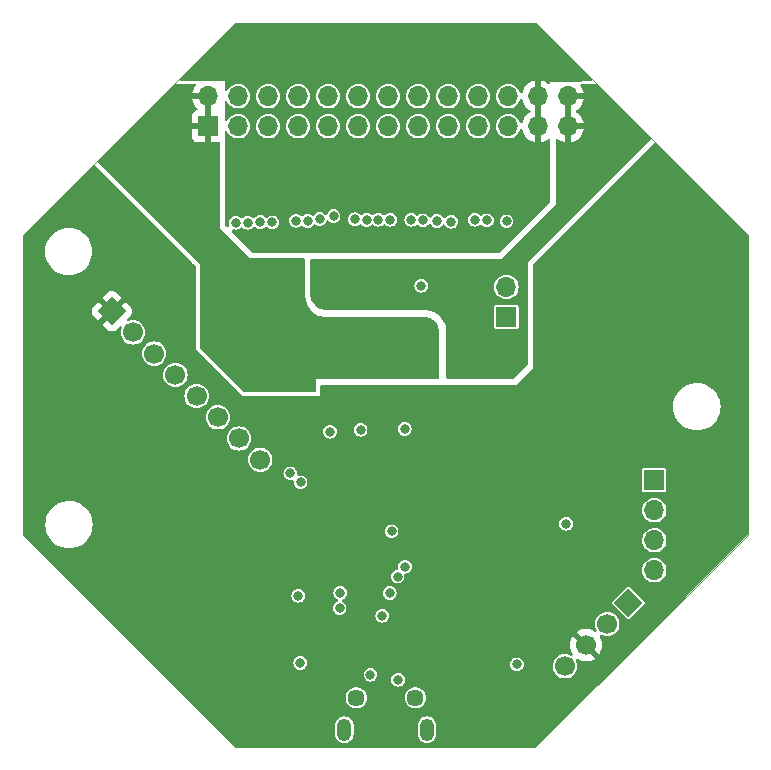
<source format=gbr>
%TF.GenerationSoftware,KiCad,Pcbnew,7.0.1*%
%TF.CreationDate,2023-03-27T17:03:57-04:00*%
%TF.ProjectId,cyton wired,6379746f-6e20-4776-9972-65642e6b6963,rev?*%
%TF.SameCoordinates,Original*%
%TF.FileFunction,Copper,L2,Inr*%
%TF.FilePolarity,Positive*%
%FSLAX46Y46*%
G04 Gerber Fmt 4.6, Leading zero omitted, Abs format (unit mm)*
G04 Created by KiCad (PCBNEW 7.0.1) date 2023-03-27 17:03:57*
%MOMM*%
%LPD*%
G01*
G04 APERTURE LIST*
G04 Aperture macros list*
%AMHorizOval*
0 Thick line with rounded ends*
0 $1 width*
0 $2 $3 position (X,Y) of the first rounded end (center of the circle)*
0 $4 $5 position (X,Y) of the second rounded end (center of the circle)*
0 Add line between two ends*
20,1,$1,$2,$3,$4,$5,0*
0 Add two circle primitives to create the rounded ends*
1,1,$1,$2,$3*
1,1,$1,$4,$5*%
%AMRotRect*
0 Rectangle, with rotation*
0 The origin of the aperture is its center*
0 $1 length*
0 $2 width*
0 $3 Rotation angle, in degrees counterclockwise*
0 Add horizontal line*
21,1,$1,$2,0,0,$3*%
G04 Aperture macros list end*
%TA.AperFunction,ComponentPad*%
%ADD10RotRect,1.700000X1.700000X315.000000*%
%TD*%
%TA.AperFunction,ComponentPad*%
%ADD11HorizOval,1.700000X0.000000X0.000000X0.000000X0.000000X0*%
%TD*%
%TA.AperFunction,ComponentPad*%
%ADD12R,1.700000X1.700000*%
%TD*%
%TA.AperFunction,ComponentPad*%
%ADD13O,1.700000X1.700000*%
%TD*%
%TA.AperFunction,ComponentPad*%
%ADD14O,1.200000X1.900000*%
%TD*%
%TA.AperFunction,ComponentPad*%
%ADD15C,1.450000*%
%TD*%
%TA.AperFunction,ComponentPad*%
%ADD16RotRect,1.700000X1.700000X45.000000*%
%TD*%
%TA.AperFunction,ComponentPad*%
%ADD17HorizOval,1.700000X0.000000X0.000000X0.000000X0.000000X0*%
%TD*%
%TA.AperFunction,ViaPad*%
%ADD18C,0.800000*%
%TD*%
%TA.AperFunction,Profile*%
%ADD19C,0.101600*%
%TD*%
G04 APERTURE END LIST*
D10*
%TO.N,/D13*%
%TO.C,J3*%
X160248600Y-125323600D03*
D11*
%TO.N,/PGC*%
X158452549Y-127119651D03*
%TO.N,VDD*%
X156656498Y-128915702D03*
%TO.N,GNDA*%
X154860446Y-130711754D03*
%TD*%
D12*
%TO.N,VSSA*%
%TO.C,J1*%
X124663200Y-84988400D03*
D13*
X124663200Y-82448400D03*
%TO.N,/SRB1*%
X127203200Y-84988400D03*
%TO.N,/SRB2*%
X127203200Y-82448400D03*
%TO.N,/1P*%
X129743200Y-84988400D03*
%TO.N,/1N*%
X129743200Y-82448400D03*
%TO.N,/2P*%
X132283200Y-84988400D03*
%TO.N,/2N*%
X132283200Y-82448400D03*
%TO.N,/3P*%
X134823200Y-84988400D03*
%TO.N,/3N*%
X134823200Y-82448400D03*
%TO.N,/4P*%
X137363200Y-84988400D03*
%TO.N,/4N*%
X137363200Y-82448400D03*
%TO.N,/5P*%
X139903200Y-84988400D03*
%TO.N,/5N*%
X139903200Y-82448400D03*
%TO.N,/6P*%
X142443200Y-84988400D03*
%TO.N,/6N*%
X142443200Y-82448400D03*
%TO.N,/7P*%
X144983200Y-84988400D03*
%TO.N,/7N*%
X144983200Y-82448400D03*
%TO.N,/8P*%
X147523200Y-84988400D03*
%TO.N,/8N*%
X147523200Y-82448400D03*
%TO.N,/BIAS*%
X150063200Y-84988400D03*
X150063200Y-82448400D03*
%TO.N,GNDA*%
X152603200Y-84988400D03*
X152603200Y-82448400D03*
%TO.N,VDDA*%
X155143200Y-84988400D03*
X155143200Y-82448400D03*
%TD*%
D12*
%TO.N,/BOOT_EN*%
%TO.C,J5*%
X162433000Y-114960400D03*
D13*
%TO.N,/MCLR*%
X162433000Y-117500400D03*
%TO.N,/D18*%
X162433000Y-120040400D03*
%TO.N,/PGD*%
X162433000Y-122580400D03*
%TD*%
D14*
%TO.N,unconnected-(CONN1-Shield-Pad6)*%
%TO.C,CONN1*%
X136200000Y-136080300D03*
D15*
X137200000Y-133380300D03*
X142200000Y-133380300D03*
D14*
X143200000Y-136080300D03*
%TD*%
D12*
%TO.N,GNDA*%
%TO.C,J4*%
X149910800Y-101142800D03*
D13*
%TO.N,/BIAS_INV*%
X149910800Y-98602800D03*
%TD*%
D16*
%TO.N,VDD*%
%TO.C,J2*%
X116500000Y-100650000D03*
D17*
%TO.N,GNDA*%
X118296051Y-102446051D03*
%TO.N,/MISO*%
X120092102Y-104242102D03*
%TO.N,/SCLK*%
X121888154Y-106038154D03*
%TO.N,/RESET*%
X123684205Y-107834205D03*
%TO.N,/CLK*%
X125480256Y-109630256D03*
%TO.N,/MOSI*%
X127276307Y-111426307D03*
%TO.N,/CS2*%
X129072359Y-113222359D03*
%TD*%
D18*
%TO.N,/Daisy Functionality/_SRB1*%
X127003697Y-93167200D03*
%TO.N,/Daisy Functionality/_SRB2*%
X128003200Y-93167200D03*
%TO.N,/Daisy Functionality/IN1P*%
X129070100Y-93103700D03*
%TO.N,/Daisy Functionality/IN1N*%
X130086327Y-93130684D03*
%TO.N,/Daisy Functionality/IN2P*%
X132096905Y-92986254D03*
%TO.N,/Daisy Functionality/IN2N*%
X133096000Y-93014800D03*
%TO.N,/Daisy Functionality/IN3P*%
X134094731Y-92842500D03*
%TO.N,/Daisy Functionality/IN3N*%
X135275931Y-92594901D03*
%TO.N,/Daisy Functionality/IN4P*%
X137083800Y-92862400D03*
%TO.N,/Daisy Functionality/IN4N*%
X138081846Y-92916348D03*
%TO.N,/Daisy Functionality/IN5P*%
X139081343Y-92913148D03*
%TO.N,/Daisy Functionality/IN5N*%
X140080845Y-92913206D03*
%TO.N,/Daisy Functionality/IN6P*%
X141851353Y-92913928D03*
%TO.N,/Daisy Functionality/IN6N*%
X142849600Y-92964000D03*
%TO.N,/Daisy Functionality/IN7P*%
X144030600Y-93015374D03*
%TO.N,/Daisy Functionality/IN7N*%
X145237200Y-93065600D03*
%TO.N,/Daisy Functionality/IN8P*%
X147243800Y-92913200D03*
%TO.N,/Daisy Functionality/IN8N*%
X148259800Y-92964000D03*
%TO.N,/Daisy Functionality/BIAS_DRV*%
X149923200Y-93027800D03*
%TO.N,VSSA*%
X134950200Y-101803200D03*
X134950200Y-105486200D03*
X141437400Y-105186900D03*
X142697200Y-101650800D03*
%TO.N,Net-(CONN1-VBUS)*%
X138404600Y-131419600D03*
%TO.N,Net-(CONN1-GND)*%
X140741400Y-131851400D03*
%TO.N,VDD*%
X154533600Y-108813600D03*
X128587500Y-126682500D03*
X136093200Y-118618000D03*
X158389700Y-112041500D03*
X135509000Y-109601000D03*
X128524000Y-123571000D03*
X142392400Y-111785400D03*
X149834600Y-131521200D03*
X152065100Y-117451700D03*
X132161451Y-117976279D03*
%TO.N,VDDA*%
X141198600Y-99136200D03*
X134747000Y-99136200D03*
X145821400Y-103733600D03*
%TO.N,Net-(U1-WCT)*%
X142697200Y-98501200D03*
%TO.N,VCOM*%
X150799800Y-130556000D03*
%TO.N,/SCLK*%
X131622800Y-114385100D03*
%TO.N,/RESET*%
X134975600Y-110845600D03*
%TO.N,/MOSI*%
X135839200Y-124485400D03*
%TO.N,/MISO*%
X132486400Y-115138200D03*
%TO.N,/CS1*%
X132283200Y-124739400D03*
X137566400Y-110693200D03*
%TO.N,/PGD*%
X132461000Y-130429000D03*
X140038005Y-124512171D03*
%TO.N,/D13*%
X141325600Y-122275600D03*
%TO.N,/PGC*%
X140699082Y-123117261D03*
%TO.N,/MCLR*%
X154965400Y-118643400D03*
X139395200Y-126424400D03*
%TO.N,/D18*%
X140192758Y-119274400D03*
%TO.N,/DRDY*%
X135788400Y-125774400D03*
X141300200Y-110617000D03*
%TD*%
%TA.AperFunction,Conductor*%
%TO.N,GNDA*%
G36*
X152395820Y-76235491D02*
G01*
X152436697Y-76262805D01*
X157157209Y-80983317D01*
X157187945Y-81033470D01*
X157192565Y-81092111D01*
X157170061Y-81146459D01*
X157125338Y-81184668D01*
X157068144Y-81198412D01*
X156294383Y-81198593D01*
X156256945Y-81202954D01*
X156242367Y-81203800D01*
X153644600Y-81203800D01*
X153644600Y-81280358D01*
X153625485Y-81347079D01*
X153573939Y-81393555D01*
X153505602Y-81405686D01*
X153441209Y-81379790D01*
X153348502Y-81307633D01*
X153150568Y-81200516D01*
X152937714Y-81127444D01*
X152857200Y-81114009D01*
X152857200Y-86322791D01*
X152937714Y-86309355D01*
X153150568Y-86236283D01*
X153348502Y-86129166D01*
X153441209Y-86057010D01*
X153505602Y-86031114D01*
X153573939Y-86043245D01*
X153625485Y-86089721D01*
X153644600Y-86156442D01*
X153644600Y-91286210D01*
X153635009Y-91334428D01*
X153607695Y-91375305D01*
X149261905Y-95721095D01*
X149221028Y-95748409D01*
X149172810Y-95758000D01*
X128576190Y-95758000D01*
X128527972Y-95748409D01*
X128487095Y-95721095D01*
X126692716Y-93926716D01*
X126659292Y-93867035D01*
X126661978Y-93798685D01*
X126699981Y-93741810D01*
X126762101Y-93713172D01*
X126830029Y-93721212D01*
X126852730Y-93730615D01*
X127003697Y-93750490D01*
X127154664Y-93730615D01*
X127295342Y-93672344D01*
X127416145Y-93579648D01*
X127416148Y-93579643D01*
X127426743Y-93571514D01*
X127476176Y-93548463D01*
X127530720Y-93548463D01*
X127580153Y-93571514D01*
X127590750Y-93579645D01*
X127590752Y-93579648D01*
X127711555Y-93672344D01*
X127852233Y-93730615D01*
X128003200Y-93750490D01*
X128154167Y-93730615D01*
X128294845Y-93672344D01*
X128415648Y-93579648D01*
X128461052Y-93520476D01*
X128505282Y-93484177D01*
X128561009Y-93471182D01*
X128616737Y-93484174D01*
X128644068Y-93506602D01*
X128644493Y-93506050D01*
X128657650Y-93516146D01*
X128657652Y-93516148D01*
X128778455Y-93608844D01*
X128919133Y-93667115D01*
X129070100Y-93686990D01*
X129221067Y-93667115D01*
X129361745Y-93608844D01*
X129482548Y-93516148D01*
X129482550Y-93516144D01*
X129489977Y-93510446D01*
X129550234Y-93485486D01*
X129614898Y-93493998D01*
X129666643Y-93533702D01*
X129673879Y-93543132D01*
X129794682Y-93635828D01*
X129935360Y-93694099D01*
X130086327Y-93713974D01*
X130237294Y-93694099D01*
X130377972Y-93635828D01*
X130498775Y-93543132D01*
X130591471Y-93422329D01*
X130649742Y-93281651D01*
X130669617Y-93130684D01*
X130650603Y-92986254D01*
X131513615Y-92986254D01*
X131533489Y-93137220D01*
X131591760Y-93277898D01*
X131591761Y-93277899D01*
X131684457Y-93398702D01*
X131805260Y-93491398D01*
X131945938Y-93549669D01*
X132096905Y-93569544D01*
X132247872Y-93549669D01*
X132388550Y-93491398D01*
X132505248Y-93401851D01*
X132565503Y-93376893D01*
X132630167Y-93385406D01*
X132681910Y-93425108D01*
X132683552Y-93427248D01*
X132804355Y-93519944D01*
X132945033Y-93578215D01*
X133096000Y-93598090D01*
X133246967Y-93578215D01*
X133387645Y-93519944D01*
X133508448Y-93427248D01*
X133579383Y-93334803D01*
X133631124Y-93295102D01*
X133695789Y-93286589D01*
X133756045Y-93311548D01*
X133803086Y-93347644D01*
X133943764Y-93405915D01*
X134094731Y-93425790D01*
X134245698Y-93405915D01*
X134386376Y-93347644D01*
X134507179Y-93254948D01*
X134599875Y-93134145D01*
X134642881Y-93030319D01*
X134682584Y-92978576D01*
X134742842Y-92953616D01*
X134807506Y-92962129D01*
X134859249Y-93001831D01*
X134863483Y-93007349D01*
X134984286Y-93100045D01*
X135124964Y-93158316D01*
X135275931Y-93178191D01*
X135426898Y-93158316D01*
X135567576Y-93100045D01*
X135688379Y-93007349D01*
X135781075Y-92886546D01*
X135791077Y-92862399D01*
X136500510Y-92862399D01*
X136520384Y-93013366D01*
X136578655Y-93154044D01*
X136578656Y-93154045D01*
X136671352Y-93274848D01*
X136792155Y-93367544D01*
X136932833Y-93425815D01*
X137083800Y-93445690D01*
X137234767Y-93425815D01*
X137375445Y-93367544D01*
X137414059Y-93337914D01*
X137479213Y-93287920D01*
X137539470Y-93262960D01*
X137604135Y-93271473D01*
X137655879Y-93311178D01*
X137666981Y-93325647D01*
X137669398Y-93328796D01*
X137790201Y-93421492D01*
X137930879Y-93479763D01*
X138081846Y-93499638D01*
X138232813Y-93479763D01*
X138373491Y-93421492D01*
X138494294Y-93328796D01*
X138494296Y-93328793D01*
X138506974Y-93319065D01*
X138556407Y-93296014D01*
X138610950Y-93296014D01*
X138660383Y-93319065D01*
X138789696Y-93418291D01*
X138789697Y-93418291D01*
X138789698Y-93418292D01*
X138930376Y-93476563D01*
X139081343Y-93496438D01*
X139232310Y-93476563D01*
X139372988Y-93418292D01*
X139493791Y-93325596D01*
X139493792Y-93325593D01*
X139504351Y-93317492D01*
X139553784Y-93294441D01*
X139608328Y-93294441D01*
X139657761Y-93317492D01*
X139668395Y-93325652D01*
X139668397Y-93325654D01*
X139789200Y-93418350D01*
X139929878Y-93476621D01*
X140080845Y-93496496D01*
X140231812Y-93476621D01*
X140372490Y-93418350D01*
X140493293Y-93325654D01*
X140585989Y-93204851D01*
X140644260Y-93064173D01*
X140664040Y-92913927D01*
X141268063Y-92913927D01*
X141287937Y-93064894D01*
X141346208Y-93205572D01*
X141352233Y-93213424D01*
X141438905Y-93326376D01*
X141559708Y-93419072D01*
X141700386Y-93477343D01*
X141851353Y-93497218D01*
X142002320Y-93477343D01*
X142142998Y-93419072D01*
X142248766Y-93337912D01*
X142309021Y-93312954D01*
X142373685Y-93321467D01*
X142425428Y-93361170D01*
X142437152Y-93376448D01*
X142557955Y-93469144D01*
X142698633Y-93527415D01*
X142849600Y-93547290D01*
X143000567Y-93527415D01*
X143141245Y-93469144D01*
X143262048Y-93376448D01*
X143320429Y-93300363D01*
X143364660Y-93264065D01*
X143420389Y-93251071D01*
X143476117Y-93264065D01*
X143520351Y-93300366D01*
X143525455Y-93307018D01*
X143525456Y-93307019D01*
X143618152Y-93427822D01*
X143738955Y-93520518D01*
X143879633Y-93578789D01*
X144030600Y-93598664D01*
X144181567Y-93578789D01*
X144322245Y-93520518D01*
X144443048Y-93427822D01*
X144516869Y-93331616D01*
X144568613Y-93291913D01*
X144633278Y-93283400D01*
X144693535Y-93308360D01*
X144721321Y-93344571D01*
X144721957Y-93344084D01*
X144732056Y-93357245D01*
X144824752Y-93478048D01*
X144945555Y-93570744D01*
X145086233Y-93629015D01*
X145237200Y-93648890D01*
X145388167Y-93629015D01*
X145528845Y-93570744D01*
X145649648Y-93478048D01*
X145742344Y-93357245D01*
X145800615Y-93216567D01*
X145820490Y-93065600D01*
X145800615Y-92914633D01*
X145800021Y-92913199D01*
X146660510Y-92913199D01*
X146680384Y-93064166D01*
X146738655Y-93204844D01*
X146744031Y-93211850D01*
X146831352Y-93325648D01*
X146952155Y-93418344D01*
X147092833Y-93476615D01*
X147243800Y-93496490D01*
X147394767Y-93476615D01*
X147535445Y-93418344D01*
X147652035Y-93328880D01*
X147712289Y-93303922D01*
X147776954Y-93312435D01*
X147828698Y-93352139D01*
X147847349Y-93376445D01*
X147847350Y-93376446D01*
X147847352Y-93376448D01*
X147968155Y-93469144D01*
X148108833Y-93527415D01*
X148259800Y-93547290D01*
X148410767Y-93527415D01*
X148551445Y-93469144D01*
X148672248Y-93376448D01*
X148764944Y-93255645D01*
X148823215Y-93114967D01*
X148834691Y-93027800D01*
X149339910Y-93027800D01*
X149359784Y-93178766D01*
X149418055Y-93319444D01*
X149436962Y-93344084D01*
X149510752Y-93440248D01*
X149631555Y-93532944D01*
X149772233Y-93591215D01*
X149923200Y-93611090D01*
X150074167Y-93591215D01*
X150214845Y-93532944D01*
X150335648Y-93440248D01*
X150428344Y-93319445D01*
X150486615Y-93178767D01*
X150506490Y-93027800D01*
X150486615Y-92876833D01*
X150428344Y-92736155D01*
X150335648Y-92615352D01*
X150214845Y-92522656D01*
X150214844Y-92522655D01*
X150074166Y-92464384D01*
X149923200Y-92444510D01*
X149772233Y-92464384D01*
X149631555Y-92522655D01*
X149510752Y-92615352D01*
X149418055Y-92736155D01*
X149359784Y-92876833D01*
X149339910Y-93027800D01*
X148834691Y-93027800D01*
X148843090Y-92964000D01*
X148823215Y-92813033D01*
X148764944Y-92672355D01*
X148672248Y-92551552D01*
X148562801Y-92467570D01*
X148551444Y-92458855D01*
X148410766Y-92400584D01*
X148259800Y-92380710D01*
X148108833Y-92400584D01*
X147968152Y-92458856D01*
X147851566Y-92548317D01*
X147791309Y-92573277D01*
X147726645Y-92564764D01*
X147674900Y-92525060D01*
X147656248Y-92500752D01*
X147563551Y-92429622D01*
X147535444Y-92408055D01*
X147394766Y-92349784D01*
X147243800Y-92329910D01*
X147092833Y-92349784D01*
X146952155Y-92408055D01*
X146831352Y-92500752D01*
X146738655Y-92621555D01*
X146680384Y-92762233D01*
X146660510Y-92913199D01*
X145800021Y-92913199D01*
X145742344Y-92773955D01*
X145649648Y-92653152D01*
X145534732Y-92564973D01*
X145528844Y-92560455D01*
X145388166Y-92502184D01*
X145237200Y-92482310D01*
X145086233Y-92502184D01*
X144945555Y-92560455D01*
X144824751Y-92653153D01*
X144750929Y-92749357D01*
X144699184Y-92789061D01*
X144634518Y-92797573D01*
X144574261Y-92772611D01*
X144546478Y-92736402D01*
X144545843Y-92736890D01*
X144510823Y-92691252D01*
X144443048Y-92602926D01*
X144338439Y-92522656D01*
X144322244Y-92510229D01*
X144181566Y-92451958D01*
X144030600Y-92432084D01*
X143879633Y-92451958D01*
X143738955Y-92510229D01*
X143618152Y-92602926D01*
X143559772Y-92679007D01*
X143515537Y-92715308D01*
X143459810Y-92728302D01*
X143404082Y-92715308D01*
X143359848Y-92679006D01*
X143262049Y-92551553D01*
X143261139Y-92550855D01*
X143195777Y-92500700D01*
X143141244Y-92458855D01*
X143000566Y-92400584D01*
X142849600Y-92380710D01*
X142698633Y-92400584D01*
X142557952Y-92458856D01*
X142452188Y-92540013D01*
X142391930Y-92564973D01*
X142327266Y-92556460D01*
X142275522Y-92516755D01*
X142263802Y-92501481D01*
X142142997Y-92408783D01*
X142002319Y-92350512D01*
X141851353Y-92330638D01*
X141700386Y-92350512D01*
X141559708Y-92408783D01*
X141438905Y-92501480D01*
X141346208Y-92622283D01*
X141287937Y-92762961D01*
X141268063Y-92913927D01*
X140664040Y-92913927D01*
X140664135Y-92913206D01*
X140644260Y-92762239D01*
X140585989Y-92621561D01*
X140493293Y-92500758D01*
X140372490Y-92408062D01*
X140372489Y-92408061D01*
X140231811Y-92349790D01*
X140080845Y-92329916D01*
X139929878Y-92349790D01*
X139789197Y-92408062D01*
X139657835Y-92508861D01*
X139608402Y-92531912D01*
X139553859Y-92531912D01*
X139504427Y-92508861D01*
X139372989Y-92408004D01*
X139232309Y-92349732D01*
X139081343Y-92329858D01*
X138930376Y-92349732D01*
X138789696Y-92408004D01*
X138656213Y-92510430D01*
X138606780Y-92533481D01*
X138552237Y-92533481D01*
X138502805Y-92510430D01*
X138373492Y-92411204D01*
X138232812Y-92352932D01*
X138081846Y-92333058D01*
X137930879Y-92352932D01*
X137790199Y-92411204D01*
X137686433Y-92490828D01*
X137626176Y-92515788D01*
X137561511Y-92507275D01*
X137509767Y-92467570D01*
X137496249Y-92449953D01*
X137460912Y-92422838D01*
X137375445Y-92357256D01*
X137375444Y-92357255D01*
X137234766Y-92298984D01*
X137083800Y-92279110D01*
X136932833Y-92298984D01*
X136792155Y-92357255D01*
X136671352Y-92449952D01*
X136578655Y-92570755D01*
X136520384Y-92711433D01*
X136500510Y-92862399D01*
X135791077Y-92862399D01*
X135839346Y-92745868D01*
X135859221Y-92594901D01*
X135839346Y-92443934D01*
X135781075Y-92303256D01*
X135688379Y-92182453D01*
X135567576Y-92089757D01*
X135567575Y-92089756D01*
X135426897Y-92031485D01*
X135275931Y-92011611D01*
X135124964Y-92031485D01*
X134984286Y-92089756D01*
X134863483Y-92182453D01*
X134770786Y-92303256D01*
X134727781Y-92407080D01*
X134688076Y-92458825D01*
X134627818Y-92483784D01*
X134563154Y-92475271D01*
X134511411Y-92435567D01*
X134507179Y-92430052D01*
X134406675Y-92352932D01*
X134386375Y-92337355D01*
X134245697Y-92279084D01*
X134094731Y-92259210D01*
X133943764Y-92279084D01*
X133803086Y-92337355D01*
X133682283Y-92430052D01*
X133611350Y-92522493D01*
X133559605Y-92562197D01*
X133494941Y-92570710D01*
X133434683Y-92545750D01*
X133387644Y-92509655D01*
X133246966Y-92451384D01*
X133096000Y-92431510D01*
X132945033Y-92451384D01*
X132804353Y-92509656D01*
X132687658Y-92599200D01*
X132627400Y-92624160D01*
X132562736Y-92615647D01*
X132510993Y-92575943D01*
X132509353Y-92573806D01*
X132388550Y-92481110D01*
X132388549Y-92481109D01*
X132247871Y-92422838D01*
X132096905Y-92402964D01*
X131945938Y-92422838D01*
X131805260Y-92481109D01*
X131684457Y-92573806D01*
X131591760Y-92694609D01*
X131533489Y-92835287D01*
X131513615Y-92986254D01*
X130650603Y-92986254D01*
X130649742Y-92979717D01*
X130591471Y-92839039D01*
X130498775Y-92718236D01*
X130377972Y-92625540D01*
X130377971Y-92625539D01*
X130237293Y-92567268D01*
X130086327Y-92547394D01*
X129935360Y-92567268D01*
X129794682Y-92625539D01*
X129666447Y-92723938D01*
X129606189Y-92748897D01*
X129541524Y-92740383D01*
X129489781Y-92700679D01*
X129482548Y-92691252D01*
X129444499Y-92662056D01*
X129361744Y-92598555D01*
X129221066Y-92540284D01*
X129070100Y-92520410D01*
X128919133Y-92540284D01*
X128778455Y-92598555D01*
X128682279Y-92672355D01*
X128657652Y-92691252D01*
X128623197Y-92736155D01*
X128612249Y-92750422D01*
X128568015Y-92786723D01*
X128512288Y-92799717D01*
X128456560Y-92786724D01*
X128429231Y-92764296D01*
X128428807Y-92764850D01*
X128415649Y-92754753D01*
X128415648Y-92754752D01*
X128294845Y-92662056D01*
X128294844Y-92662055D01*
X128154166Y-92603784D01*
X128003200Y-92583910D01*
X127852233Y-92603784D01*
X127711553Y-92662056D01*
X127580152Y-92762885D01*
X127530719Y-92785936D01*
X127476176Y-92785936D01*
X127426743Y-92762885D01*
X127416146Y-92754753D01*
X127416145Y-92754752D01*
X127295342Y-92662056D01*
X127295341Y-92662055D01*
X127154663Y-92603784D01*
X127003697Y-92583910D01*
X126852730Y-92603784D01*
X126712052Y-92662055D01*
X126591249Y-92754752D01*
X126498552Y-92875555D01*
X126440281Y-93016233D01*
X126420407Y-93167200D01*
X126440282Y-93318168D01*
X126449684Y-93340868D01*
X126457724Y-93408797D01*
X126429086Y-93470916D01*
X126372211Y-93508918D01*
X126303861Y-93511604D01*
X126244180Y-93478180D01*
X126097105Y-93331105D01*
X126069791Y-93290228D01*
X126060200Y-93242010D01*
X126060200Y-85534409D01*
X126077495Y-85470696D01*
X126124634Y-85424474D01*
X126188674Y-85408433D01*
X126252035Y-85426976D01*
X126297322Y-85475013D01*
X126344061Y-85562456D01*
X126472563Y-85719036D01*
X126610995Y-85832644D01*
X126629143Y-85847538D01*
X126807782Y-85943023D01*
X127001618Y-86001822D01*
X127203200Y-86021676D01*
X127404782Y-86001822D01*
X127598618Y-85943023D01*
X127777257Y-85847538D01*
X127933836Y-85719036D01*
X128062338Y-85562457D01*
X128157823Y-85383818D01*
X128216622Y-85189982D01*
X128236476Y-84988400D01*
X128236476Y-84988399D01*
X128709923Y-84988399D01*
X128729777Y-85189977D01*
X128729777Y-85189979D01*
X128729778Y-85189982D01*
X128788577Y-85383818D01*
X128788578Y-85383820D01*
X128884061Y-85562456D01*
X129012563Y-85719036D01*
X129150995Y-85832644D01*
X129169143Y-85847538D01*
X129347782Y-85943023D01*
X129541618Y-86001822D01*
X129743200Y-86021676D01*
X129944782Y-86001822D01*
X130138618Y-85943023D01*
X130317257Y-85847538D01*
X130473836Y-85719036D01*
X130602338Y-85562457D01*
X130697823Y-85383818D01*
X130756622Y-85189982D01*
X130776476Y-84988400D01*
X130776476Y-84988399D01*
X131249923Y-84988399D01*
X131269777Y-85189977D01*
X131269777Y-85189979D01*
X131269778Y-85189982D01*
X131328577Y-85383818D01*
X131328578Y-85383820D01*
X131424061Y-85562456D01*
X131552563Y-85719036D01*
X131690995Y-85832644D01*
X131709143Y-85847538D01*
X131887782Y-85943023D01*
X132081618Y-86001822D01*
X132283200Y-86021676D01*
X132484782Y-86001822D01*
X132678618Y-85943023D01*
X132857257Y-85847538D01*
X133013836Y-85719036D01*
X133142338Y-85562457D01*
X133237823Y-85383818D01*
X133296622Y-85189982D01*
X133316476Y-84988400D01*
X133316476Y-84988399D01*
X133789923Y-84988399D01*
X133809777Y-85189977D01*
X133809777Y-85189979D01*
X133809778Y-85189982D01*
X133868577Y-85383818D01*
X133868578Y-85383820D01*
X133964061Y-85562456D01*
X134092563Y-85719036D01*
X134230995Y-85832644D01*
X134249143Y-85847538D01*
X134427782Y-85943023D01*
X134621618Y-86001822D01*
X134823200Y-86021676D01*
X135024782Y-86001822D01*
X135218618Y-85943023D01*
X135397257Y-85847538D01*
X135553836Y-85719036D01*
X135682338Y-85562457D01*
X135777823Y-85383818D01*
X135836622Y-85189982D01*
X135856476Y-84988400D01*
X135856476Y-84988399D01*
X136329923Y-84988399D01*
X136349777Y-85189977D01*
X136349777Y-85189979D01*
X136349778Y-85189982D01*
X136408577Y-85383818D01*
X136408578Y-85383820D01*
X136504061Y-85562456D01*
X136632563Y-85719036D01*
X136770995Y-85832644D01*
X136789143Y-85847538D01*
X136967782Y-85943023D01*
X137161618Y-86001822D01*
X137363200Y-86021676D01*
X137564782Y-86001822D01*
X137758618Y-85943023D01*
X137937257Y-85847538D01*
X138093836Y-85719036D01*
X138222338Y-85562457D01*
X138317823Y-85383818D01*
X138376622Y-85189982D01*
X138396476Y-84988400D01*
X138396476Y-84988399D01*
X138869923Y-84988399D01*
X138889777Y-85189977D01*
X138889777Y-85189979D01*
X138889778Y-85189982D01*
X138948577Y-85383818D01*
X138948578Y-85383820D01*
X139044061Y-85562456D01*
X139172563Y-85719036D01*
X139310995Y-85832644D01*
X139329143Y-85847538D01*
X139507782Y-85943023D01*
X139701618Y-86001822D01*
X139903200Y-86021676D01*
X140104782Y-86001822D01*
X140298618Y-85943023D01*
X140477257Y-85847538D01*
X140633836Y-85719036D01*
X140762338Y-85562457D01*
X140857823Y-85383818D01*
X140916622Y-85189982D01*
X140936476Y-84988400D01*
X140936476Y-84988399D01*
X141409923Y-84988399D01*
X141429777Y-85189977D01*
X141429777Y-85189979D01*
X141429778Y-85189982D01*
X141488577Y-85383818D01*
X141488578Y-85383820D01*
X141584061Y-85562456D01*
X141712563Y-85719036D01*
X141850995Y-85832644D01*
X141869143Y-85847538D01*
X142047782Y-85943023D01*
X142241618Y-86001822D01*
X142443200Y-86021676D01*
X142644782Y-86001822D01*
X142838618Y-85943023D01*
X143017257Y-85847538D01*
X143173836Y-85719036D01*
X143302338Y-85562457D01*
X143397823Y-85383818D01*
X143456622Y-85189982D01*
X143476476Y-84988400D01*
X143476476Y-84988399D01*
X143949923Y-84988399D01*
X143969777Y-85189977D01*
X143969777Y-85189979D01*
X143969778Y-85189982D01*
X144028577Y-85383818D01*
X144028578Y-85383820D01*
X144124061Y-85562456D01*
X144252563Y-85719036D01*
X144390995Y-85832644D01*
X144409143Y-85847538D01*
X144587782Y-85943023D01*
X144781618Y-86001822D01*
X144983200Y-86021676D01*
X145184782Y-86001822D01*
X145378618Y-85943023D01*
X145557257Y-85847538D01*
X145713836Y-85719036D01*
X145842338Y-85562457D01*
X145937823Y-85383818D01*
X145996622Y-85189982D01*
X146016476Y-84988400D01*
X146016476Y-84988399D01*
X146489923Y-84988399D01*
X146509777Y-85189977D01*
X146509777Y-85189979D01*
X146509778Y-85189982D01*
X146568577Y-85383818D01*
X146568578Y-85383820D01*
X146664061Y-85562456D01*
X146792563Y-85719036D01*
X146930995Y-85832644D01*
X146949143Y-85847538D01*
X147127782Y-85943023D01*
X147321618Y-86001822D01*
X147523200Y-86021676D01*
X147724782Y-86001822D01*
X147918618Y-85943023D01*
X148097257Y-85847538D01*
X148253836Y-85719036D01*
X148382338Y-85562457D01*
X148477823Y-85383818D01*
X148536622Y-85189982D01*
X148556476Y-84988400D01*
X148556476Y-84988399D01*
X149029923Y-84988399D01*
X149049777Y-85189977D01*
X149049777Y-85189979D01*
X149049778Y-85189982D01*
X149108577Y-85383818D01*
X149108578Y-85383820D01*
X149204061Y-85562456D01*
X149332563Y-85719036D01*
X149470995Y-85832644D01*
X149489143Y-85847538D01*
X149667782Y-85943023D01*
X149861618Y-86001822D01*
X150063200Y-86021676D01*
X150264782Y-86001822D01*
X150458618Y-85943023D01*
X150637257Y-85847538D01*
X150793836Y-85719036D01*
X150922338Y-85562457D01*
X151017823Y-85383818D01*
X151041453Y-85305917D01*
X151075545Y-85250862D01*
X151132484Y-85220009D01*
X151197228Y-85221514D01*
X151252672Y-85254980D01*
X151284170Y-85311565D01*
X151314378Y-85430852D01*
X151404780Y-85636948D01*
X151527878Y-85825362D01*
X151680296Y-85990933D01*
X151857897Y-86129166D01*
X152055831Y-86236283D01*
X152268685Y-86309355D01*
X152349200Y-86322791D01*
X152349200Y-81114009D01*
X152268685Y-81127444D01*
X152055831Y-81200516D01*
X151857897Y-81307633D01*
X151680296Y-81445866D01*
X151527878Y-81611437D01*
X151404780Y-81799851D01*
X151314378Y-82005947D01*
X151284170Y-82125234D01*
X151252672Y-82181819D01*
X151197228Y-82215285D01*
X151132484Y-82216790D01*
X151075545Y-82185937D01*
X151041452Y-82130880D01*
X151017823Y-82052982D01*
X150995436Y-82011100D01*
X150922338Y-81874343D01*
X150793836Y-81717763D01*
X150637256Y-81589261D01*
X150458620Y-81493778D01*
X150458619Y-81493777D01*
X150458618Y-81493777D01*
X150264782Y-81434978D01*
X150264779Y-81434977D01*
X150264777Y-81434977D01*
X150063200Y-81415123D01*
X149861622Y-81434977D01*
X149861619Y-81434977D01*
X149861618Y-81434978D01*
X149825725Y-81445866D01*
X149667779Y-81493778D01*
X149489143Y-81589261D01*
X149332563Y-81717763D01*
X149204061Y-81874343D01*
X149108578Y-82052979D01*
X149108578Y-82052980D01*
X149108577Y-82052982D01*
X149059344Y-82215285D01*
X149049777Y-82246822D01*
X149029923Y-82448399D01*
X149049777Y-82649977D01*
X149049777Y-82649979D01*
X149049778Y-82649982D01*
X149108577Y-82843818D01*
X149108578Y-82843820D01*
X149204061Y-83022456D01*
X149332563Y-83179036D01*
X149473056Y-83294336D01*
X149489143Y-83307538D01*
X149667782Y-83403023D01*
X149861618Y-83461822D01*
X150063200Y-83481676D01*
X150264782Y-83461822D01*
X150458618Y-83403023D01*
X150637257Y-83307538D01*
X150793836Y-83179036D01*
X150922338Y-83022457D01*
X151017823Y-82843818D01*
X151041453Y-82765917D01*
X151075545Y-82710862D01*
X151132484Y-82680009D01*
X151197228Y-82681514D01*
X151252672Y-82714980D01*
X151284170Y-82771565D01*
X151314378Y-82890852D01*
X151404780Y-83096948D01*
X151527878Y-83285362D01*
X151680296Y-83450933D01*
X151857897Y-83589166D01*
X151891932Y-83607584D01*
X151940204Y-83653900D01*
X151957964Y-83718397D01*
X151940206Y-83782894D01*
X151891936Y-83829211D01*
X151857902Y-83847629D01*
X151680296Y-83985866D01*
X151527878Y-84151437D01*
X151404780Y-84339851D01*
X151314378Y-84545947D01*
X151284170Y-84665234D01*
X151252672Y-84721819D01*
X151197228Y-84755285D01*
X151132484Y-84756790D01*
X151075545Y-84725937D01*
X151041452Y-84670880D01*
X151017823Y-84592982D01*
X150995436Y-84551100D01*
X150922338Y-84414343D01*
X150793836Y-84257763D01*
X150637256Y-84129261D01*
X150458620Y-84033778D01*
X150458619Y-84033777D01*
X150458618Y-84033777D01*
X150264782Y-83974978D01*
X150264779Y-83974977D01*
X150264777Y-83974977D01*
X150063200Y-83955123D01*
X149861622Y-83974977D01*
X149861619Y-83974977D01*
X149861618Y-83974978D01*
X149746650Y-84009853D01*
X149667779Y-84033778D01*
X149489143Y-84129261D01*
X149332563Y-84257763D01*
X149204061Y-84414343D01*
X149108578Y-84592979D01*
X149108578Y-84592980D01*
X149108577Y-84592982D01*
X149059344Y-84755285D01*
X149049777Y-84786822D01*
X149029923Y-84988399D01*
X148556476Y-84988399D01*
X148536622Y-84786818D01*
X148477823Y-84592982D01*
X148382338Y-84414343D01*
X148321204Y-84339851D01*
X148253836Y-84257763D01*
X148097256Y-84129261D01*
X147918620Y-84033778D01*
X147918619Y-84033777D01*
X147918618Y-84033777D01*
X147724782Y-83974978D01*
X147724779Y-83974977D01*
X147724777Y-83974977D01*
X147523200Y-83955123D01*
X147321622Y-83974977D01*
X147321619Y-83974977D01*
X147321618Y-83974978D01*
X147206650Y-84009853D01*
X147127779Y-84033778D01*
X146949143Y-84129261D01*
X146792563Y-84257763D01*
X146664061Y-84414343D01*
X146568578Y-84592979D01*
X146568578Y-84592980D01*
X146568577Y-84592982D01*
X146519344Y-84755285D01*
X146509777Y-84786822D01*
X146489923Y-84988399D01*
X146016476Y-84988399D01*
X145996622Y-84786818D01*
X145937823Y-84592982D01*
X145842338Y-84414343D01*
X145781204Y-84339851D01*
X145713836Y-84257763D01*
X145557256Y-84129261D01*
X145378620Y-84033778D01*
X145378619Y-84033777D01*
X145378618Y-84033777D01*
X145184782Y-83974978D01*
X145184779Y-83974977D01*
X145184777Y-83974977D01*
X144983200Y-83955123D01*
X144781622Y-83974977D01*
X144781619Y-83974977D01*
X144781618Y-83974978D01*
X144666650Y-84009853D01*
X144587779Y-84033778D01*
X144409143Y-84129261D01*
X144252563Y-84257763D01*
X144124061Y-84414343D01*
X144028578Y-84592979D01*
X144028578Y-84592980D01*
X144028577Y-84592982D01*
X143979344Y-84755285D01*
X143969777Y-84786822D01*
X143949923Y-84988399D01*
X143476476Y-84988399D01*
X143456622Y-84786818D01*
X143397823Y-84592982D01*
X143302338Y-84414343D01*
X143241204Y-84339851D01*
X143173836Y-84257763D01*
X143017256Y-84129261D01*
X142838620Y-84033778D01*
X142838619Y-84033777D01*
X142838618Y-84033777D01*
X142644782Y-83974978D01*
X142644779Y-83974977D01*
X142644777Y-83974977D01*
X142443200Y-83955123D01*
X142241622Y-83974977D01*
X142241619Y-83974977D01*
X142241618Y-83974978D01*
X142126650Y-84009853D01*
X142047779Y-84033778D01*
X141869143Y-84129261D01*
X141712563Y-84257763D01*
X141584061Y-84414343D01*
X141488578Y-84592979D01*
X141488578Y-84592980D01*
X141488577Y-84592982D01*
X141439344Y-84755285D01*
X141429777Y-84786822D01*
X141409923Y-84988399D01*
X140936476Y-84988399D01*
X140916622Y-84786818D01*
X140857823Y-84592982D01*
X140762338Y-84414343D01*
X140701204Y-84339851D01*
X140633836Y-84257763D01*
X140477256Y-84129261D01*
X140298620Y-84033778D01*
X140298619Y-84033777D01*
X140298618Y-84033777D01*
X140104782Y-83974978D01*
X140104779Y-83974977D01*
X140104777Y-83974977D01*
X139903200Y-83955123D01*
X139701622Y-83974977D01*
X139701619Y-83974977D01*
X139701618Y-83974978D01*
X139586650Y-84009853D01*
X139507779Y-84033778D01*
X139329143Y-84129261D01*
X139172563Y-84257763D01*
X139044061Y-84414343D01*
X138948578Y-84592979D01*
X138948578Y-84592980D01*
X138948577Y-84592982D01*
X138899344Y-84755285D01*
X138889777Y-84786822D01*
X138869923Y-84988399D01*
X138396476Y-84988399D01*
X138376622Y-84786818D01*
X138317823Y-84592982D01*
X138222338Y-84414343D01*
X138161204Y-84339851D01*
X138093836Y-84257763D01*
X137937256Y-84129261D01*
X137758620Y-84033778D01*
X137758619Y-84033777D01*
X137758618Y-84033777D01*
X137564782Y-83974978D01*
X137564779Y-83974977D01*
X137564777Y-83974977D01*
X137363200Y-83955123D01*
X137161622Y-83974977D01*
X137161619Y-83974977D01*
X137161618Y-83974978D01*
X137046650Y-84009853D01*
X136967779Y-84033778D01*
X136789143Y-84129261D01*
X136632563Y-84257763D01*
X136504061Y-84414343D01*
X136408578Y-84592979D01*
X136408578Y-84592980D01*
X136408577Y-84592982D01*
X136359344Y-84755285D01*
X136349777Y-84786822D01*
X136329923Y-84988399D01*
X135856476Y-84988399D01*
X135836622Y-84786818D01*
X135777823Y-84592982D01*
X135682338Y-84414343D01*
X135621204Y-84339851D01*
X135553836Y-84257763D01*
X135397256Y-84129261D01*
X135218620Y-84033778D01*
X135218619Y-84033777D01*
X135218618Y-84033777D01*
X135024782Y-83974978D01*
X135024779Y-83974977D01*
X135024777Y-83974977D01*
X134823200Y-83955123D01*
X134621622Y-83974977D01*
X134621619Y-83974977D01*
X134621618Y-83974978D01*
X134506650Y-84009853D01*
X134427779Y-84033778D01*
X134249143Y-84129261D01*
X134092563Y-84257763D01*
X133964061Y-84414343D01*
X133868578Y-84592979D01*
X133868578Y-84592980D01*
X133868577Y-84592982D01*
X133819344Y-84755285D01*
X133809777Y-84786822D01*
X133789923Y-84988399D01*
X133316476Y-84988399D01*
X133296622Y-84786818D01*
X133237823Y-84592982D01*
X133142338Y-84414343D01*
X133081204Y-84339851D01*
X133013836Y-84257763D01*
X132857256Y-84129261D01*
X132678620Y-84033778D01*
X132678619Y-84033777D01*
X132678618Y-84033777D01*
X132484782Y-83974978D01*
X132484779Y-83974977D01*
X132484777Y-83974977D01*
X132283200Y-83955123D01*
X132081622Y-83974977D01*
X132081619Y-83974977D01*
X132081618Y-83974978D01*
X131966650Y-84009853D01*
X131887779Y-84033778D01*
X131709143Y-84129261D01*
X131552563Y-84257763D01*
X131424061Y-84414343D01*
X131328578Y-84592979D01*
X131328578Y-84592980D01*
X131328577Y-84592982D01*
X131279344Y-84755285D01*
X131269777Y-84786822D01*
X131249923Y-84988399D01*
X130776476Y-84988399D01*
X130756622Y-84786818D01*
X130697823Y-84592982D01*
X130602338Y-84414343D01*
X130541204Y-84339851D01*
X130473836Y-84257763D01*
X130317256Y-84129261D01*
X130138620Y-84033778D01*
X130138619Y-84033777D01*
X130138618Y-84033777D01*
X129944782Y-83974978D01*
X129944779Y-83974977D01*
X129944777Y-83974977D01*
X129743200Y-83955123D01*
X129541622Y-83974977D01*
X129541619Y-83974977D01*
X129541618Y-83974978D01*
X129426650Y-84009853D01*
X129347779Y-84033778D01*
X129169143Y-84129261D01*
X129012563Y-84257763D01*
X128884061Y-84414343D01*
X128788578Y-84592979D01*
X128788578Y-84592980D01*
X128788577Y-84592982D01*
X128739344Y-84755285D01*
X128729777Y-84786822D01*
X128709923Y-84988399D01*
X128236476Y-84988399D01*
X128216622Y-84786818D01*
X128157823Y-84592982D01*
X128062338Y-84414343D01*
X128001204Y-84339851D01*
X127933836Y-84257763D01*
X127777256Y-84129261D01*
X127598620Y-84033778D01*
X127598619Y-84033777D01*
X127598618Y-84033777D01*
X127404782Y-83974978D01*
X127404779Y-83974977D01*
X127404777Y-83974977D01*
X127203200Y-83955123D01*
X127001622Y-83974977D01*
X127001619Y-83974977D01*
X127001618Y-83974978D01*
X126886650Y-84009853D01*
X126807779Y-84033778D01*
X126629143Y-84129261D01*
X126472563Y-84257763D01*
X126344061Y-84414343D01*
X126297322Y-84501787D01*
X126252035Y-84549824D01*
X126188674Y-84568367D01*
X126124634Y-84552326D01*
X126077495Y-84506104D01*
X126060200Y-84442391D01*
X126060200Y-82994409D01*
X126077495Y-82930696D01*
X126124634Y-82884474D01*
X126188674Y-82868433D01*
X126252035Y-82886976D01*
X126297322Y-82935013D01*
X126344061Y-83022456D01*
X126472563Y-83179036D01*
X126613056Y-83294336D01*
X126629143Y-83307538D01*
X126807782Y-83403023D01*
X127001618Y-83461822D01*
X127203200Y-83481676D01*
X127404782Y-83461822D01*
X127598618Y-83403023D01*
X127777257Y-83307538D01*
X127933836Y-83179036D01*
X128062338Y-83022457D01*
X128157823Y-82843818D01*
X128216622Y-82649982D01*
X128236476Y-82448400D01*
X128236476Y-82448399D01*
X128709923Y-82448399D01*
X128729777Y-82649977D01*
X128729777Y-82649979D01*
X128729778Y-82649982D01*
X128788577Y-82843818D01*
X128788578Y-82843820D01*
X128884061Y-83022456D01*
X129012563Y-83179036D01*
X129153056Y-83294336D01*
X129169143Y-83307538D01*
X129347782Y-83403023D01*
X129541618Y-83461822D01*
X129743200Y-83481676D01*
X129944782Y-83461822D01*
X130138618Y-83403023D01*
X130317257Y-83307538D01*
X130473836Y-83179036D01*
X130602338Y-83022457D01*
X130697823Y-82843818D01*
X130756622Y-82649982D01*
X130776476Y-82448400D01*
X130776476Y-82448399D01*
X131249923Y-82448399D01*
X131269777Y-82649977D01*
X131269777Y-82649979D01*
X131269778Y-82649982D01*
X131328577Y-82843818D01*
X131328578Y-82843820D01*
X131424061Y-83022456D01*
X131552563Y-83179036D01*
X131693056Y-83294336D01*
X131709143Y-83307538D01*
X131887782Y-83403023D01*
X132081618Y-83461822D01*
X132283200Y-83481676D01*
X132484782Y-83461822D01*
X132678618Y-83403023D01*
X132857257Y-83307538D01*
X133013836Y-83179036D01*
X133142338Y-83022457D01*
X133237823Y-82843818D01*
X133296622Y-82649982D01*
X133316476Y-82448400D01*
X133316476Y-82448399D01*
X133789923Y-82448399D01*
X133809777Y-82649977D01*
X133809777Y-82649979D01*
X133809778Y-82649982D01*
X133868577Y-82843818D01*
X133868578Y-82843820D01*
X133964061Y-83022456D01*
X134092563Y-83179036D01*
X134233056Y-83294336D01*
X134249143Y-83307538D01*
X134427782Y-83403023D01*
X134621618Y-83461822D01*
X134823200Y-83481676D01*
X135024782Y-83461822D01*
X135218618Y-83403023D01*
X135397257Y-83307538D01*
X135553836Y-83179036D01*
X135682338Y-83022457D01*
X135777823Y-82843818D01*
X135836622Y-82649982D01*
X135856476Y-82448400D01*
X135856476Y-82448399D01*
X136329923Y-82448399D01*
X136349777Y-82649977D01*
X136349777Y-82649979D01*
X136349778Y-82649982D01*
X136408577Y-82843818D01*
X136408578Y-82843820D01*
X136504061Y-83022456D01*
X136632563Y-83179036D01*
X136773056Y-83294336D01*
X136789143Y-83307538D01*
X136967782Y-83403023D01*
X137161618Y-83461822D01*
X137363200Y-83481676D01*
X137564782Y-83461822D01*
X137758618Y-83403023D01*
X137937257Y-83307538D01*
X138093836Y-83179036D01*
X138222338Y-83022457D01*
X138317823Y-82843818D01*
X138376622Y-82649982D01*
X138396476Y-82448400D01*
X138396476Y-82448399D01*
X138869923Y-82448399D01*
X138889777Y-82649977D01*
X138889777Y-82649979D01*
X138889778Y-82649982D01*
X138948577Y-82843818D01*
X138948578Y-82843820D01*
X139044061Y-83022456D01*
X139172563Y-83179036D01*
X139313056Y-83294336D01*
X139329143Y-83307538D01*
X139507782Y-83403023D01*
X139701618Y-83461822D01*
X139903200Y-83481676D01*
X140104782Y-83461822D01*
X140298618Y-83403023D01*
X140477257Y-83307538D01*
X140633836Y-83179036D01*
X140762338Y-83022457D01*
X140857823Y-82843818D01*
X140916622Y-82649982D01*
X140936476Y-82448400D01*
X140936476Y-82448399D01*
X141409923Y-82448399D01*
X141429777Y-82649977D01*
X141429777Y-82649979D01*
X141429778Y-82649982D01*
X141488577Y-82843818D01*
X141488578Y-82843820D01*
X141584061Y-83022456D01*
X141712563Y-83179036D01*
X141853056Y-83294336D01*
X141869143Y-83307538D01*
X142047782Y-83403023D01*
X142241618Y-83461822D01*
X142443200Y-83481676D01*
X142644782Y-83461822D01*
X142838618Y-83403023D01*
X143017257Y-83307538D01*
X143173836Y-83179036D01*
X143302338Y-83022457D01*
X143397823Y-82843818D01*
X143456622Y-82649982D01*
X143476476Y-82448400D01*
X143476476Y-82448399D01*
X143949923Y-82448399D01*
X143969777Y-82649977D01*
X143969777Y-82649979D01*
X143969778Y-82649982D01*
X144028577Y-82843818D01*
X144028578Y-82843820D01*
X144124061Y-83022456D01*
X144252563Y-83179036D01*
X144393056Y-83294336D01*
X144409143Y-83307538D01*
X144587782Y-83403023D01*
X144781618Y-83461822D01*
X144983200Y-83481676D01*
X145184782Y-83461822D01*
X145378618Y-83403023D01*
X145557257Y-83307538D01*
X145713836Y-83179036D01*
X145842338Y-83022457D01*
X145937823Y-82843818D01*
X145996622Y-82649982D01*
X146016476Y-82448400D01*
X146016476Y-82448399D01*
X146489923Y-82448399D01*
X146509777Y-82649977D01*
X146509777Y-82649979D01*
X146509778Y-82649982D01*
X146568577Y-82843818D01*
X146568578Y-82843820D01*
X146664061Y-83022456D01*
X146792563Y-83179036D01*
X146933056Y-83294336D01*
X146949143Y-83307538D01*
X147127782Y-83403023D01*
X147321618Y-83461822D01*
X147523200Y-83481676D01*
X147724782Y-83461822D01*
X147918618Y-83403023D01*
X148097257Y-83307538D01*
X148253836Y-83179036D01*
X148382338Y-83022457D01*
X148477823Y-82843818D01*
X148536622Y-82649982D01*
X148556476Y-82448400D01*
X148536622Y-82246818D01*
X148477823Y-82052982D01*
X148382338Y-81874343D01*
X148321204Y-81799851D01*
X148253836Y-81717763D01*
X148097256Y-81589261D01*
X147918620Y-81493778D01*
X147918619Y-81493777D01*
X147918618Y-81493777D01*
X147724782Y-81434978D01*
X147724779Y-81434977D01*
X147724777Y-81434977D01*
X147523200Y-81415123D01*
X147321622Y-81434977D01*
X147321619Y-81434977D01*
X147321618Y-81434978D01*
X147285725Y-81445866D01*
X147127779Y-81493778D01*
X146949143Y-81589261D01*
X146792563Y-81717763D01*
X146664061Y-81874343D01*
X146568578Y-82052979D01*
X146568578Y-82052980D01*
X146568577Y-82052982D01*
X146519344Y-82215285D01*
X146509777Y-82246822D01*
X146489923Y-82448399D01*
X146016476Y-82448399D01*
X145996622Y-82246818D01*
X145937823Y-82052982D01*
X145842338Y-81874343D01*
X145781204Y-81799851D01*
X145713836Y-81717763D01*
X145557256Y-81589261D01*
X145378620Y-81493778D01*
X145378619Y-81493777D01*
X145378618Y-81493777D01*
X145184782Y-81434978D01*
X145184779Y-81434977D01*
X145184777Y-81434977D01*
X144983200Y-81415123D01*
X144781622Y-81434977D01*
X144781619Y-81434977D01*
X144781618Y-81434978D01*
X144745725Y-81445866D01*
X144587779Y-81493778D01*
X144409143Y-81589261D01*
X144252563Y-81717763D01*
X144124061Y-81874343D01*
X144028578Y-82052979D01*
X144028578Y-82052980D01*
X144028577Y-82052982D01*
X143979344Y-82215285D01*
X143969777Y-82246822D01*
X143949923Y-82448399D01*
X143476476Y-82448399D01*
X143456622Y-82246818D01*
X143397823Y-82052982D01*
X143302338Y-81874343D01*
X143241204Y-81799851D01*
X143173836Y-81717763D01*
X143017256Y-81589261D01*
X142838620Y-81493778D01*
X142838619Y-81493777D01*
X142838618Y-81493777D01*
X142644782Y-81434978D01*
X142644779Y-81434977D01*
X142644777Y-81434977D01*
X142443200Y-81415123D01*
X142241622Y-81434977D01*
X142241619Y-81434977D01*
X142241618Y-81434978D01*
X142205725Y-81445866D01*
X142047779Y-81493778D01*
X141869143Y-81589261D01*
X141712563Y-81717763D01*
X141584061Y-81874343D01*
X141488578Y-82052979D01*
X141488578Y-82052980D01*
X141488577Y-82052982D01*
X141439344Y-82215285D01*
X141429777Y-82246822D01*
X141409923Y-82448399D01*
X140936476Y-82448399D01*
X140916622Y-82246818D01*
X140857823Y-82052982D01*
X140762338Y-81874343D01*
X140701204Y-81799851D01*
X140633836Y-81717763D01*
X140477256Y-81589261D01*
X140298620Y-81493778D01*
X140298619Y-81493777D01*
X140298618Y-81493777D01*
X140104782Y-81434978D01*
X140104779Y-81434977D01*
X140104777Y-81434977D01*
X139903200Y-81415123D01*
X139701622Y-81434977D01*
X139701619Y-81434977D01*
X139701618Y-81434978D01*
X139665725Y-81445866D01*
X139507779Y-81493778D01*
X139329143Y-81589261D01*
X139172563Y-81717763D01*
X139044061Y-81874343D01*
X138948578Y-82052979D01*
X138948578Y-82052980D01*
X138948577Y-82052982D01*
X138899344Y-82215285D01*
X138889777Y-82246822D01*
X138869923Y-82448399D01*
X138396476Y-82448399D01*
X138376622Y-82246818D01*
X138317823Y-82052982D01*
X138222338Y-81874343D01*
X138161204Y-81799851D01*
X138093836Y-81717763D01*
X137937256Y-81589261D01*
X137758620Y-81493778D01*
X137758619Y-81493777D01*
X137758618Y-81493777D01*
X137564782Y-81434978D01*
X137564779Y-81434977D01*
X137564777Y-81434977D01*
X137363200Y-81415123D01*
X137161622Y-81434977D01*
X137161619Y-81434977D01*
X137161618Y-81434978D01*
X137125725Y-81445866D01*
X136967779Y-81493778D01*
X136789143Y-81589261D01*
X136632563Y-81717763D01*
X136504061Y-81874343D01*
X136408578Y-82052979D01*
X136408578Y-82052980D01*
X136408577Y-82052982D01*
X136359344Y-82215285D01*
X136349777Y-82246822D01*
X136329923Y-82448399D01*
X135856476Y-82448399D01*
X135836622Y-82246818D01*
X135777823Y-82052982D01*
X135682338Y-81874343D01*
X135621204Y-81799851D01*
X135553836Y-81717763D01*
X135397256Y-81589261D01*
X135218620Y-81493778D01*
X135218619Y-81493777D01*
X135218618Y-81493777D01*
X135024782Y-81434978D01*
X135024779Y-81434977D01*
X135024777Y-81434977D01*
X134823200Y-81415123D01*
X134621622Y-81434977D01*
X134621619Y-81434977D01*
X134621618Y-81434978D01*
X134585725Y-81445866D01*
X134427779Y-81493778D01*
X134249143Y-81589261D01*
X134092563Y-81717763D01*
X133964061Y-81874343D01*
X133868578Y-82052979D01*
X133868578Y-82052980D01*
X133868577Y-82052982D01*
X133819344Y-82215285D01*
X133809777Y-82246822D01*
X133789923Y-82448399D01*
X133316476Y-82448399D01*
X133296622Y-82246818D01*
X133237823Y-82052982D01*
X133142338Y-81874343D01*
X133081204Y-81799851D01*
X133013836Y-81717763D01*
X132857256Y-81589261D01*
X132678620Y-81493778D01*
X132678619Y-81493777D01*
X132678618Y-81493777D01*
X132484782Y-81434978D01*
X132484779Y-81434977D01*
X132484777Y-81434977D01*
X132283200Y-81415123D01*
X132081622Y-81434977D01*
X132081619Y-81434977D01*
X132081618Y-81434978D01*
X132045725Y-81445866D01*
X131887779Y-81493778D01*
X131709143Y-81589261D01*
X131552563Y-81717763D01*
X131424061Y-81874343D01*
X131328578Y-82052979D01*
X131328578Y-82052980D01*
X131328577Y-82052982D01*
X131279344Y-82215285D01*
X131269777Y-82246822D01*
X131249923Y-82448399D01*
X130776476Y-82448399D01*
X130756622Y-82246818D01*
X130697823Y-82052982D01*
X130602338Y-81874343D01*
X130541204Y-81799851D01*
X130473836Y-81717763D01*
X130317256Y-81589261D01*
X130138620Y-81493778D01*
X130138619Y-81493777D01*
X130138618Y-81493777D01*
X129944782Y-81434978D01*
X129944779Y-81434977D01*
X129944777Y-81434977D01*
X129743200Y-81415123D01*
X129541622Y-81434977D01*
X129541619Y-81434977D01*
X129541618Y-81434978D01*
X129505725Y-81445866D01*
X129347779Y-81493778D01*
X129169143Y-81589261D01*
X129012563Y-81717763D01*
X128884061Y-81874343D01*
X128788578Y-82052979D01*
X128788578Y-82052980D01*
X128788577Y-82052982D01*
X128739344Y-82215285D01*
X128729777Y-82246822D01*
X128709923Y-82448399D01*
X128236476Y-82448399D01*
X128216622Y-82246818D01*
X128157823Y-82052982D01*
X128062338Y-81874343D01*
X128001204Y-81799851D01*
X127933836Y-81717763D01*
X127777256Y-81589261D01*
X127598620Y-81493778D01*
X127598619Y-81493777D01*
X127598618Y-81493777D01*
X127404782Y-81434978D01*
X127404779Y-81434977D01*
X127404777Y-81434977D01*
X127203200Y-81415123D01*
X127001622Y-81434977D01*
X127001619Y-81434977D01*
X127001618Y-81434978D01*
X126965725Y-81445866D01*
X126807779Y-81493778D01*
X126629143Y-81589261D01*
X126472563Y-81717763D01*
X126344061Y-81874343D01*
X126297322Y-81961787D01*
X126252035Y-82009824D01*
X126188674Y-82028367D01*
X126124634Y-82012326D01*
X126077495Y-81966104D01*
X126060200Y-81902391D01*
X126060200Y-81153000D01*
X122351897Y-81153000D01*
X122294694Y-81139267D01*
X122249961Y-81101061D01*
X122227448Y-81046711D01*
X122232064Y-80988064D01*
X122262802Y-80937905D01*
X126937902Y-76262805D01*
X126978779Y-76235491D01*
X127026997Y-76225900D01*
X152347602Y-76225900D01*
X152395820Y-76235491D01*
G37*
%TD.AperFunction*%
%TD*%
%TA.AperFunction,Conductor*%
%TO.N,VSSA*%
G36*
X123568481Y-81394864D02*
G01*
X123612906Y-81431864D01*
X123636130Y-81484809D01*
X123633263Y-81542553D01*
X123604909Y-81592937D01*
X123587878Y-81611437D01*
X123464780Y-81799851D01*
X123374377Y-82005948D01*
X123326655Y-82194399D01*
X123326656Y-82194400D01*
X124791200Y-82194400D01*
X124854200Y-82211281D01*
X124900319Y-82257400D01*
X124917200Y-82320400D01*
X124917200Y-86346400D01*
X125561793Y-86346400D01*
X125565133Y-86346041D01*
X125567193Y-86346400D01*
X125568544Y-86346400D01*
X125568544Y-86346636D01*
X125633656Y-86357984D01*
X125685401Y-86404465D01*
X125704600Y-86471319D01*
X125704600Y-93624401D01*
X128244598Y-96164399D01*
X128244600Y-96164400D01*
X132741400Y-96164400D01*
X132804400Y-96181281D01*
X132850519Y-96227400D01*
X132867400Y-96290400D01*
X132867400Y-99390200D01*
X132994400Y-100076000D01*
X133400800Y-100660200D01*
X133959600Y-101041200D01*
X134645400Y-101168200D01*
X143064367Y-101168200D01*
X143091700Y-101171200D01*
X143512429Y-101264695D01*
X143554982Y-101282854D01*
X143781342Y-101433761D01*
X143894522Y-101509215D01*
X143930618Y-101545918D01*
X144132857Y-101860512D01*
X144149869Y-101901314D01*
X144243600Y-102323100D01*
X144246600Y-102350433D01*
X144246600Y-106223800D01*
X144229719Y-106286800D01*
X144183600Y-106332919D01*
X144120600Y-106349800D01*
X133832600Y-106349800D01*
X133832600Y-107341400D01*
X133815719Y-107404400D01*
X133769600Y-107450519D01*
X133706600Y-107467400D01*
X127712590Y-107467400D01*
X127664372Y-107457809D01*
X127623495Y-107430495D01*
X123988905Y-103795905D01*
X123961591Y-103755028D01*
X123952000Y-103706810D01*
X123952000Y-96647000D01*
X123951999Y-96646998D01*
X115341948Y-88036948D01*
X115309336Y-87980464D01*
X115309336Y-87915242D01*
X115341946Y-87858760D01*
X117958306Y-85242400D01*
X123305200Y-85242400D01*
X123305200Y-85886989D01*
X123311705Y-85947493D01*
X123362754Y-86084362D01*
X123450295Y-86201304D01*
X123567237Y-86288845D01*
X123704106Y-86339894D01*
X123764611Y-86346400D01*
X124409200Y-86346400D01*
X124409200Y-85242400D01*
X123305200Y-85242400D01*
X117958306Y-85242400D01*
X118466306Y-84734400D01*
X123305200Y-84734400D01*
X124409200Y-84734400D01*
X124409200Y-82702400D01*
X123326655Y-82702400D01*
X123374377Y-82890851D01*
X123464780Y-83096948D01*
X123587878Y-83285362D01*
X123731547Y-83441429D01*
X123760784Y-83495032D01*
X123761387Y-83556088D01*
X123733213Y-83610258D01*
X123682879Y-83644822D01*
X123567236Y-83687954D01*
X123450295Y-83775495D01*
X123362754Y-83892437D01*
X123311705Y-84029306D01*
X123305200Y-84089811D01*
X123305200Y-84734400D01*
X118466306Y-84734400D01*
X121782202Y-81418504D01*
X121823079Y-81391191D01*
X121871297Y-81381600D01*
X123512208Y-81381600D01*
X123568481Y-81394864D01*
G37*
%TD.AperFunction*%
%TD*%
%TA.AperFunction,Conductor*%
%TO.N,VDDA*%
G36*
X157551519Y-81391198D02*
G01*
X157592409Y-81418517D01*
X162114235Y-85940342D01*
X162146846Y-85996823D01*
X162146848Y-86062043D01*
X162114242Y-86118526D01*
X151714200Y-96519998D01*
X151714200Y-105130842D01*
X151705137Y-105177764D01*
X151679253Y-105217936D01*
X150633814Y-106310894D01*
X150592269Y-106339666D01*
X150542761Y-106349800D01*
X144956800Y-106349800D01*
X144893800Y-106332919D01*
X144847681Y-106286800D01*
X144830800Y-106223800D01*
X144830800Y-102311201D01*
X144802931Y-102171099D01*
X144770957Y-102010362D01*
X148882500Y-102010362D01*
X148892844Y-102062368D01*
X148924063Y-102109091D01*
X148932253Y-102121347D01*
X148991231Y-102160755D01*
X149043239Y-102171100D01*
X150778360Y-102171099D01*
X150778362Y-102171099D01*
X150813032Y-102164202D01*
X150830369Y-102160755D01*
X150889347Y-102121347D01*
X150928755Y-102062369D01*
X150939100Y-102010361D01*
X150939099Y-100275240D01*
X150939099Y-100275239D01*
X150939099Y-100275237D01*
X150928755Y-100223231D01*
X150889347Y-100164253D01*
X150830369Y-100124845D01*
X150830368Y-100124844D01*
X150778361Y-100114500D01*
X150778359Y-100114500D01*
X149043237Y-100114500D01*
X148991231Y-100124844D01*
X148932253Y-100164252D01*
X148892845Y-100223230D01*
X148892844Y-100223231D01*
X148892845Y-100223231D01*
X148882501Y-100275237D01*
X148882500Y-100275240D01*
X148882500Y-102010362D01*
X144770957Y-102010362D01*
X144699320Y-101650230D01*
X144575083Y-101464299D01*
X144324910Y-101089889D01*
X143764570Y-100715480D01*
X143103600Y-100584000D01*
X143103599Y-100584000D01*
X134683211Y-100584000D01*
X134658629Y-100581579D01*
X134170490Y-100484479D01*
X134125071Y-100465666D01*
X133721770Y-100196194D01*
X133687005Y-100161429D01*
X133416726Y-99756920D01*
X133398490Y-99714240D01*
X133381128Y-99636076D01*
X133289118Y-99221832D01*
X133286120Y-99194511D01*
X133286120Y-98501199D01*
X142113910Y-98501199D01*
X142133784Y-98652166D01*
X142192055Y-98792844D01*
X142192056Y-98792845D01*
X142284752Y-98913648D01*
X142405555Y-99006344D01*
X142546233Y-99064615D01*
X142697200Y-99084490D01*
X142848167Y-99064615D01*
X142988845Y-99006344D01*
X143109648Y-98913648D01*
X143202344Y-98792845D01*
X143260615Y-98652167D01*
X143267114Y-98602799D01*
X148877523Y-98602799D01*
X148897377Y-98804377D01*
X148897377Y-98804379D01*
X148897378Y-98804382D01*
X148956177Y-98998218D01*
X148956178Y-98998220D01*
X149051661Y-99176856D01*
X149180163Y-99333436D01*
X149336743Y-99461938D01*
X149515382Y-99557423D01*
X149709218Y-99616222D01*
X149910800Y-99636076D01*
X150112382Y-99616222D01*
X150306218Y-99557423D01*
X150484857Y-99461938D01*
X150641436Y-99333436D01*
X150769938Y-99176857D01*
X150865423Y-98998218D01*
X150924222Y-98804382D01*
X150944076Y-98602800D01*
X150924222Y-98401218D01*
X150865423Y-98207382D01*
X150769938Y-98028743D01*
X150743112Y-97996056D01*
X150641436Y-97872163D01*
X150484856Y-97743661D01*
X150306220Y-97648178D01*
X150306219Y-97648177D01*
X150306218Y-97648177D01*
X150112382Y-97589378D01*
X150112379Y-97589377D01*
X150112377Y-97589377D01*
X149910800Y-97569523D01*
X149709222Y-97589377D01*
X149709219Y-97589377D01*
X149709218Y-97589378D01*
X149515382Y-97648177D01*
X149515379Y-97648178D01*
X149336743Y-97743661D01*
X149180163Y-97872163D01*
X149051661Y-98028743D01*
X148956178Y-98207379D01*
X148897377Y-98401222D01*
X148877523Y-98602799D01*
X143267114Y-98602799D01*
X143280490Y-98501200D01*
X143260615Y-98350233D01*
X143202344Y-98209555D01*
X143109648Y-98088752D01*
X142988845Y-97996056D01*
X142988844Y-97996055D01*
X142848166Y-97937784D01*
X142697200Y-97917910D01*
X142546233Y-97937784D01*
X142405555Y-97996055D01*
X142284752Y-98088752D01*
X142192055Y-98209555D01*
X142133784Y-98350233D01*
X142113910Y-98501199D01*
X133286120Y-98501199D01*
X133286120Y-96337135D01*
X133303001Y-96274135D01*
X133349120Y-96228016D01*
X133412120Y-96211135D01*
X149415119Y-96211135D01*
X149415120Y-96211135D01*
X154076400Y-91567000D01*
X154081045Y-86140172D01*
X154100202Y-86073498D01*
X154151754Y-86027066D01*
X154220069Y-86014962D01*
X154284435Y-86040855D01*
X154397897Y-86129166D01*
X154595831Y-86236283D01*
X154808685Y-86309355D01*
X154889200Y-86322791D01*
X154889200Y-85242400D01*
X155397200Y-85242400D01*
X155397200Y-86322791D01*
X155477714Y-86309355D01*
X155690568Y-86236283D01*
X155888502Y-86129166D01*
X156066103Y-85990933D01*
X156218521Y-85825362D01*
X156341619Y-85636948D01*
X156432022Y-85430851D01*
X156479744Y-85242400D01*
X155397200Y-85242400D01*
X154889200Y-85242400D01*
X154889200Y-82702400D01*
X155397200Y-82702400D01*
X155397200Y-84734400D01*
X156479744Y-84734400D01*
X156479744Y-84734399D01*
X156432022Y-84545948D01*
X156341619Y-84339851D01*
X156218521Y-84151437D01*
X156066103Y-83985866D01*
X155888500Y-83847632D01*
X155854466Y-83829214D01*
X155806194Y-83782898D01*
X155788435Y-83718400D01*
X155806194Y-83653902D01*
X155854466Y-83607586D01*
X155888500Y-83589167D01*
X156066103Y-83450933D01*
X156218521Y-83285362D01*
X156341619Y-83096948D01*
X156432022Y-82890851D01*
X156479744Y-82702400D01*
X155397200Y-82702400D01*
X154889200Y-82702400D01*
X154889200Y-82320400D01*
X154906081Y-82257400D01*
X154952200Y-82211281D01*
X155015200Y-82194400D01*
X156479744Y-82194400D01*
X156479744Y-82194399D01*
X156432022Y-82005948D01*
X156341619Y-81799851D01*
X156218524Y-81611440D01*
X156201759Y-81593229D01*
X156173408Y-81542850D01*
X156170537Y-81485112D01*
X156193753Y-81432170D01*
X156238167Y-81395166D01*
X156294426Y-81381893D01*
X157503286Y-81381612D01*
X157551519Y-81391198D01*
G37*
%TD.AperFunction*%
%TD*%
%TA.AperFunction,Conductor*%
%TO.N,VDD*%
G36*
X162572541Y-86398648D02*
G01*
X170320395Y-94146502D01*
X170347709Y-94187379D01*
X170357300Y-94235597D01*
X170357300Y-119505403D01*
X170347709Y-119553621D01*
X170320395Y-119594498D01*
X152411297Y-137503595D01*
X152370420Y-137530909D01*
X152322202Y-137540500D01*
X127001597Y-137540500D01*
X126953379Y-137530909D01*
X126912502Y-137503595D01*
X125882915Y-136474008D01*
X135421700Y-136474008D01*
X135436412Y-136604586D01*
X135494338Y-136770128D01*
X135587651Y-136918635D01*
X135711664Y-137042648D01*
X135711666Y-137042649D01*
X135711667Y-137042650D01*
X135860171Y-137135961D01*
X136025716Y-137193888D01*
X136200000Y-137213525D01*
X136374284Y-137193888D01*
X136539829Y-137135961D01*
X136688333Y-137042650D01*
X136812350Y-136918633D01*
X136905661Y-136770129D01*
X136963588Y-136604584D01*
X136978300Y-136474011D01*
X136978300Y-136474008D01*
X142421700Y-136474008D01*
X142436412Y-136604586D01*
X142494338Y-136770128D01*
X142587651Y-136918635D01*
X142711664Y-137042648D01*
X142711666Y-137042649D01*
X142711667Y-137042650D01*
X142860171Y-137135961D01*
X143025716Y-137193888D01*
X143200000Y-137213525D01*
X143374284Y-137193888D01*
X143539829Y-137135961D01*
X143688333Y-137042650D01*
X143812350Y-136918633D01*
X143905661Y-136770129D01*
X143963588Y-136604584D01*
X143978300Y-136474011D01*
X143978300Y-135686589D01*
X143963588Y-135556016D01*
X143905661Y-135390471D01*
X143812350Y-135241967D01*
X143812349Y-135241966D01*
X143812348Y-135241964D01*
X143688335Y-135117951D01*
X143539828Y-135024638D01*
X143374286Y-134966712D01*
X143200000Y-134947075D01*
X143025713Y-134966712D01*
X142860171Y-135024638D01*
X142711664Y-135117951D01*
X142587651Y-135241964D01*
X142494338Y-135390471D01*
X142436412Y-135556013D01*
X142421700Y-135686592D01*
X142421700Y-136474008D01*
X136978300Y-136474008D01*
X136978300Y-135686589D01*
X136963588Y-135556016D01*
X136905661Y-135390471D01*
X136812350Y-135241967D01*
X136812349Y-135241966D01*
X136812348Y-135241964D01*
X136688335Y-135117951D01*
X136539828Y-135024638D01*
X136374286Y-134966712D01*
X136200000Y-134947075D01*
X136025713Y-134966712D01*
X135860171Y-135024638D01*
X135711664Y-135117951D01*
X135587651Y-135241964D01*
X135494338Y-135390471D01*
X135436412Y-135556013D01*
X135421700Y-135686592D01*
X135421700Y-136474008D01*
X125882915Y-136474008D01*
X122789207Y-133380299D01*
X136291724Y-133380299D01*
X136311572Y-133569142D01*
X136370248Y-133749729D01*
X136465187Y-133914169D01*
X136465189Y-133914171D01*
X136592245Y-134055281D01*
X136745862Y-134166890D01*
X136919327Y-134244122D01*
X137105059Y-134283600D01*
X137294939Y-134283600D01*
X137294941Y-134283600D01*
X137480673Y-134244122D01*
X137654138Y-134166890D01*
X137807755Y-134055281D01*
X137934811Y-133914171D01*
X138029751Y-133749729D01*
X138088428Y-133569141D01*
X138108276Y-133380300D01*
X138108276Y-133380299D01*
X141291724Y-133380299D01*
X141311572Y-133569142D01*
X141370248Y-133749729D01*
X141465187Y-133914169D01*
X141465189Y-133914171D01*
X141592245Y-134055281D01*
X141745862Y-134166890D01*
X141919327Y-134244122D01*
X142105059Y-134283600D01*
X142294939Y-134283600D01*
X142294941Y-134283600D01*
X142480673Y-134244122D01*
X142654138Y-134166890D01*
X142807755Y-134055281D01*
X142934811Y-133914171D01*
X143029751Y-133749729D01*
X143088428Y-133569141D01*
X143108276Y-133380300D01*
X143088428Y-133191459D01*
X143029751Y-133010871D01*
X143029751Y-133010870D01*
X142934812Y-132846430D01*
X142807754Y-132705318D01*
X142654139Y-132593711D01*
X142654138Y-132593710D01*
X142480673Y-132516478D01*
X142294941Y-132477000D01*
X142105059Y-132477000D01*
X141981237Y-132503318D01*
X141919326Y-132516478D01*
X141745860Y-132593711D01*
X141592245Y-132705318D01*
X141465187Y-132846430D01*
X141370248Y-133010870D01*
X141311572Y-133191457D01*
X141291724Y-133380299D01*
X138108276Y-133380299D01*
X138088428Y-133191459D01*
X138029751Y-133010871D01*
X138029751Y-133010870D01*
X137934812Y-132846430D01*
X137807754Y-132705318D01*
X137654139Y-132593711D01*
X137654138Y-132593710D01*
X137480673Y-132516478D01*
X137294941Y-132477000D01*
X137105059Y-132477000D01*
X136981237Y-132503318D01*
X136919326Y-132516478D01*
X136745860Y-132593711D01*
X136592245Y-132705318D01*
X136465187Y-132846430D01*
X136370248Y-133010870D01*
X136311572Y-133191457D01*
X136291724Y-133380299D01*
X122789207Y-133380299D01*
X120828507Y-131419599D01*
X137821310Y-131419599D01*
X137841184Y-131570566D01*
X137899455Y-131711244D01*
X137899456Y-131711245D01*
X137992152Y-131832048D01*
X138112955Y-131924744D01*
X138253633Y-131983015D01*
X138404600Y-132002890D01*
X138555567Y-131983015D01*
X138696245Y-131924744D01*
X138791828Y-131851400D01*
X140158110Y-131851400D01*
X140177984Y-132002366D01*
X140236255Y-132143044D01*
X140236256Y-132143045D01*
X140328952Y-132263848D01*
X140449755Y-132356544D01*
X140590433Y-132414815D01*
X140741400Y-132434690D01*
X140892367Y-132414815D01*
X141033045Y-132356544D01*
X141153848Y-132263848D01*
X141246544Y-132143045D01*
X141304815Y-132002367D01*
X141324690Y-131851400D01*
X141304815Y-131700433D01*
X141246544Y-131559755D01*
X141153848Y-131438952D01*
X141033045Y-131346256D01*
X141033044Y-131346255D01*
X140892366Y-131287984D01*
X140761274Y-131270726D01*
X140741400Y-131268110D01*
X140741399Y-131268110D01*
X140590433Y-131287984D01*
X140449755Y-131346255D01*
X140328952Y-131438952D01*
X140236255Y-131559755D01*
X140177984Y-131700433D01*
X140158110Y-131851400D01*
X138791828Y-131851400D01*
X138817048Y-131832048D01*
X138909744Y-131711245D01*
X138968015Y-131570567D01*
X138987890Y-131419600D01*
X138968015Y-131268633D01*
X138909744Y-131127955D01*
X138817048Y-131007152D01*
X138696245Y-130914456D01*
X138696244Y-130914455D01*
X138555566Y-130856184D01*
X138424473Y-130838926D01*
X138404600Y-130836310D01*
X138404599Y-130836310D01*
X138253633Y-130856184D01*
X138112955Y-130914455D01*
X137992152Y-131007152D01*
X137899455Y-131127955D01*
X137841184Y-131268633D01*
X137821310Y-131419599D01*
X120828507Y-131419599D01*
X119837908Y-130429000D01*
X131877710Y-130429000D01*
X131897584Y-130579966D01*
X131955855Y-130720644D01*
X131955856Y-130720645D01*
X132048552Y-130841448D01*
X132169355Y-130934144D01*
X132310033Y-130992415D01*
X132461000Y-131012290D01*
X132611967Y-130992415D01*
X132752645Y-130934144D01*
X132873448Y-130841448D01*
X132966144Y-130720645D01*
X133024415Y-130579967D01*
X133027570Y-130556000D01*
X150216510Y-130556000D01*
X150236384Y-130706966D01*
X150294655Y-130847644D01*
X150294656Y-130847645D01*
X150387352Y-130968448D01*
X150508155Y-131061144D01*
X150648833Y-131119415D01*
X150799800Y-131139290D01*
X150950767Y-131119415D01*
X151091445Y-131061144D01*
X151212248Y-130968448D01*
X151304944Y-130847645D01*
X151361233Y-130711753D01*
X153827169Y-130711753D01*
X153847023Y-130913331D01*
X153847023Y-130913333D01*
X153847024Y-130913336D01*
X153891861Y-131061144D01*
X153905824Y-131107174D01*
X154001307Y-131285810D01*
X154129809Y-131442390D01*
X154272819Y-131559755D01*
X154286389Y-131570892D01*
X154465028Y-131666377D01*
X154658864Y-131725176D01*
X154860446Y-131745030D01*
X155062028Y-131725176D01*
X155255864Y-131666377D01*
X155434503Y-131570892D01*
X155591082Y-131442390D01*
X155719584Y-131285811D01*
X155815069Y-131107172D01*
X155873868Y-130913336D01*
X155893722Y-130711754D01*
X155893250Y-130706966D01*
X155880742Y-130579966D01*
X155873868Y-130510172D01*
X155815069Y-130316336D01*
X155778149Y-130247265D01*
X155763300Y-130185270D01*
X155780700Y-130123936D01*
X155825897Y-130078972D01*
X155887320Y-130061888D01*
X155949242Y-130077059D01*
X156109126Y-130163584D01*
X156321989Y-130236659D01*
X156543968Y-130273702D01*
X156769028Y-130273702D01*
X156991006Y-130236659D01*
X157203866Y-130163585D01*
X157401803Y-130056466D01*
X157422186Y-130040601D01*
X156656498Y-129274913D01*
X156656498Y-129274912D01*
X155533420Y-128151834D01*
X155458078Y-128267153D01*
X155367678Y-128473245D01*
X155312429Y-128691418D01*
X155293844Y-128915702D01*
X155312429Y-129139985D01*
X155367678Y-129358158D01*
X155458078Y-129564250D01*
X155491006Y-129614649D01*
X155511361Y-129677187D01*
X155497433Y-129741462D01*
X155453016Y-129789964D01*
X155390210Y-129809478D01*
X155326128Y-129794687D01*
X155255869Y-129757133D01*
X155255866Y-129757132D01*
X155255864Y-129757131D01*
X155062028Y-129698332D01*
X155062025Y-129698331D01*
X155062023Y-129698331D01*
X154860446Y-129678477D01*
X154658868Y-129698331D01*
X154658865Y-129698331D01*
X154658864Y-129698332D01*
X154465028Y-129757131D01*
X154465025Y-129757132D01*
X154286389Y-129852615D01*
X154129809Y-129981117D01*
X154001307Y-130137697D01*
X153905824Y-130316333D01*
X153847023Y-130510176D01*
X153827169Y-130711753D01*
X151361233Y-130711753D01*
X151363215Y-130706967D01*
X151383090Y-130556000D01*
X151363215Y-130405033D01*
X151304944Y-130264355D01*
X151212248Y-130143552D01*
X151091445Y-130050856D01*
X151091444Y-130050855D01*
X150950766Y-129992584D01*
X150799800Y-129972710D01*
X150648833Y-129992584D01*
X150508155Y-130050855D01*
X150387352Y-130143552D01*
X150294655Y-130264355D01*
X150236384Y-130405033D01*
X150216510Y-130556000D01*
X133027570Y-130556000D01*
X133044290Y-130429000D01*
X133024415Y-130278033D01*
X132966144Y-130137355D01*
X132873448Y-130016552D01*
X132752645Y-129923856D01*
X132752644Y-129923855D01*
X132611966Y-129865584D01*
X132461000Y-129845710D01*
X132310033Y-129865584D01*
X132169355Y-129923855D01*
X132048552Y-130016552D01*
X131955855Y-130137355D01*
X131897584Y-130278033D01*
X131877710Y-130429000D01*
X119837908Y-130429000D01*
X117199710Y-127790802D01*
X155890808Y-127790802D01*
X156656498Y-128556491D01*
X156656498Y-128556492D01*
X157779574Y-129679569D01*
X157779575Y-129679568D01*
X157854916Y-129564253D01*
X157945317Y-129358159D01*
X158000566Y-129139985D01*
X158019151Y-128915702D01*
X158000566Y-128691418D01*
X157945317Y-128473245D01*
X157854917Y-128267153D01*
X157821991Y-128216756D01*
X157801636Y-128154218D01*
X157815564Y-128089942D01*
X157859982Y-128041441D01*
X157922788Y-128021927D01*
X157986867Y-128036717D01*
X158057131Y-128074274D01*
X158250967Y-128133073D01*
X158452549Y-128152927D01*
X158654131Y-128133073D01*
X158847967Y-128074274D01*
X159026606Y-127978789D01*
X159183185Y-127850287D01*
X159311687Y-127693708D01*
X159407172Y-127515069D01*
X159465971Y-127321233D01*
X159485825Y-127119651D01*
X159465971Y-126918069D01*
X159407172Y-126724233D01*
X159311687Y-126545594D01*
X159183185Y-126389014D01*
X159026605Y-126260512D01*
X158847969Y-126165029D01*
X158847968Y-126165028D01*
X158847967Y-126165028D01*
X158654131Y-126106229D01*
X158654128Y-126106228D01*
X158654126Y-126106228D01*
X158452549Y-126086374D01*
X158250971Y-126106228D01*
X158250968Y-126106228D01*
X158250967Y-126106229D01*
X158163522Y-126132755D01*
X158057128Y-126165029D01*
X157878492Y-126260512D01*
X157721912Y-126389014D01*
X157593410Y-126545594D01*
X157497927Y-126724230D01*
X157439126Y-126918073D01*
X157419272Y-127119650D01*
X157439126Y-127321228D01*
X157439126Y-127321230D01*
X157439127Y-127321233D01*
X157497926Y-127515069D01*
X157497927Y-127515071D01*
X157534842Y-127584133D01*
X157549693Y-127646133D01*
X157532293Y-127707466D01*
X157487096Y-127752430D01*
X157425673Y-127769514D01*
X157363751Y-127754343D01*
X157203869Y-127667819D01*
X156991006Y-127594744D01*
X156769028Y-127557702D01*
X156543968Y-127557702D01*
X156321989Y-127594744D01*
X156109126Y-127667819D01*
X155911198Y-127774933D01*
X155890808Y-127790801D01*
X155890808Y-127790802D01*
X117199710Y-127790802D01*
X115833307Y-126424399D01*
X138811910Y-126424399D01*
X138831784Y-126575366D01*
X138890055Y-126716044D01*
X138896339Y-126724233D01*
X138982752Y-126836848D01*
X139103555Y-126929544D01*
X139244233Y-126987815D01*
X139395200Y-127007690D01*
X139546167Y-126987815D01*
X139686845Y-126929544D01*
X139807648Y-126836848D01*
X139900344Y-126716045D01*
X139958615Y-126575367D01*
X139978490Y-126424400D01*
X139958615Y-126273433D01*
X139900344Y-126132755D01*
X139807648Y-126011952D01*
X139686845Y-125919256D01*
X139686844Y-125919255D01*
X139546166Y-125860984D01*
X139415073Y-125843726D01*
X139395200Y-125841110D01*
X139395199Y-125841110D01*
X139244233Y-125860984D01*
X139103555Y-125919255D01*
X138982752Y-126011952D01*
X138890055Y-126132755D01*
X138831784Y-126273433D01*
X138811910Y-126424399D01*
X115833307Y-126424399D01*
X115183307Y-125774399D01*
X135205110Y-125774399D01*
X135224984Y-125925366D01*
X135283255Y-126066044D01*
X135283256Y-126066045D01*
X135375952Y-126186848D01*
X135496755Y-126279544D01*
X135637433Y-126337815D01*
X135788400Y-126357690D01*
X135939367Y-126337815D01*
X136080045Y-126279544D01*
X136200848Y-126186848D01*
X136293544Y-126066045D01*
X136351815Y-125925367D01*
X136371690Y-125774400D01*
X136351815Y-125623433D01*
X136293544Y-125482755D01*
X136200848Y-125361952D01*
X136150867Y-125323600D01*
X158864726Y-125323600D01*
X158878563Y-125393168D01*
X158908026Y-125437263D01*
X160134936Y-126664172D01*
X160134939Y-126664174D01*
X160134940Y-126664175D01*
X160179031Y-126693636D01*
X160248600Y-126707474D01*
X160318169Y-126693636D01*
X160362260Y-126664176D01*
X161589175Y-125437260D01*
X161618636Y-125393169D01*
X161632474Y-125323600D01*
X161618636Y-125254031D01*
X161589176Y-125209940D01*
X161589175Y-125209939D01*
X161589173Y-125209936D01*
X160362263Y-123983027D01*
X160318169Y-123953564D01*
X160293992Y-123948755D01*
X160248600Y-123939726D01*
X160248599Y-123939726D01*
X160179031Y-123953563D01*
X160134936Y-123983026D01*
X158908027Y-125209936D01*
X158878564Y-125254030D01*
X158864726Y-125323600D01*
X136150867Y-125323600D01*
X136080045Y-125269256D01*
X136080044Y-125269255D01*
X136050046Y-125256830D01*
X136002453Y-125222252D01*
X135975745Y-125169835D01*
X135975745Y-125111007D01*
X136002453Y-125058590D01*
X136050046Y-125024012D01*
X136066214Y-125017315D01*
X136130845Y-124990544D01*
X136251648Y-124897848D01*
X136344344Y-124777045D01*
X136402615Y-124636367D01*
X136418966Y-124512171D01*
X139454715Y-124512171D01*
X139474589Y-124663137D01*
X139532860Y-124803815D01*
X139532861Y-124803816D01*
X139625557Y-124924619D01*
X139746360Y-125017315D01*
X139887038Y-125075586D01*
X140038005Y-125095461D01*
X140188972Y-125075586D01*
X140329650Y-125017315D01*
X140450453Y-124924619D01*
X140543149Y-124803816D01*
X140601420Y-124663138D01*
X140621295Y-124512171D01*
X140601420Y-124361204D01*
X140543149Y-124220526D01*
X140450453Y-124099723D01*
X140329650Y-124007027D01*
X140329649Y-124007026D01*
X140188971Y-123948755D01*
X140057879Y-123931497D01*
X140038005Y-123928881D01*
X140038004Y-123928881D01*
X139887038Y-123948755D01*
X139746360Y-124007026D01*
X139625557Y-124099723D01*
X139532860Y-124220526D01*
X139474589Y-124361204D01*
X139454715Y-124512171D01*
X136418966Y-124512171D01*
X136422490Y-124485400D01*
X136402615Y-124334433D01*
X136344344Y-124193755D01*
X136251648Y-124072952D01*
X136134454Y-123983025D01*
X136130844Y-123980255D01*
X135990166Y-123921984D01*
X135839200Y-123902110D01*
X135688233Y-123921984D01*
X135547555Y-123980255D01*
X135426752Y-124072952D01*
X135334055Y-124193755D01*
X135275784Y-124334433D01*
X135255910Y-124485399D01*
X135275784Y-124636366D01*
X135334055Y-124777044D01*
X135334056Y-124777045D01*
X135426752Y-124897848D01*
X135547555Y-124990544D01*
X135577553Y-125002969D01*
X135625145Y-125037546D01*
X135651853Y-125089962D01*
X135651854Y-125148791D01*
X135625147Y-125201207D01*
X135577554Y-125235786D01*
X135496757Y-125269253D01*
X135375952Y-125361952D01*
X135283255Y-125482755D01*
X135224984Y-125623433D01*
X135205110Y-125774399D01*
X115183307Y-125774399D01*
X114148308Y-124739400D01*
X131699910Y-124739400D01*
X131719784Y-124890366D01*
X131778055Y-125031044D01*
X131778056Y-125031045D01*
X131870752Y-125151848D01*
X131991555Y-125244544D01*
X132132233Y-125302815D01*
X132283200Y-125322690D01*
X132434167Y-125302815D01*
X132574845Y-125244544D01*
X132695648Y-125151848D01*
X132788344Y-125031045D01*
X132846615Y-124890367D01*
X132866490Y-124739400D01*
X132846615Y-124588433D01*
X132788344Y-124447755D01*
X132695648Y-124326952D01*
X132574845Y-124234256D01*
X132574844Y-124234255D01*
X132434166Y-124175984D01*
X132303073Y-124158726D01*
X132283200Y-124156110D01*
X132283199Y-124156110D01*
X132132233Y-124175984D01*
X131991555Y-124234255D01*
X131870752Y-124326952D01*
X131778055Y-124447755D01*
X131719784Y-124588433D01*
X131699910Y-124739400D01*
X114148308Y-124739400D01*
X112526168Y-123117260D01*
X140115792Y-123117260D01*
X140135666Y-123268227D01*
X140193937Y-123408905D01*
X140193938Y-123408906D01*
X140286634Y-123529709D01*
X140407437Y-123622405D01*
X140548115Y-123680676D01*
X140699082Y-123700551D01*
X140850049Y-123680676D01*
X140990727Y-123622405D01*
X141111530Y-123529709D01*
X141204226Y-123408906D01*
X141262497Y-123268228D01*
X141282372Y-123117261D01*
X141266119Y-122993806D01*
X141274632Y-122929142D01*
X141314338Y-122877398D01*
X141374593Y-122852439D01*
X141476567Y-122839015D01*
X141617245Y-122780744D01*
X141738048Y-122688048D01*
X141820650Y-122580400D01*
X161399723Y-122580400D01*
X161419577Y-122781977D01*
X161419577Y-122781979D01*
X161419578Y-122781982D01*
X161475488Y-122966294D01*
X161478378Y-122975820D01*
X161573861Y-123154456D01*
X161702363Y-123311036D01*
X161821617Y-123408905D01*
X161858943Y-123439538D01*
X162037582Y-123535023D01*
X162231418Y-123593822D01*
X162433000Y-123613676D01*
X162634582Y-123593822D01*
X162828418Y-123535023D01*
X163007057Y-123439538D01*
X163163636Y-123311036D01*
X163292138Y-123154457D01*
X163387623Y-122975818D01*
X163446422Y-122781982D01*
X163466276Y-122580400D01*
X163446422Y-122378818D01*
X163387623Y-122184982D01*
X163292138Y-122006343D01*
X163273765Y-121983955D01*
X163163636Y-121849763D01*
X163007056Y-121721261D01*
X162828420Y-121625778D01*
X162828419Y-121625777D01*
X162828418Y-121625777D01*
X162634582Y-121566978D01*
X162634579Y-121566977D01*
X162634577Y-121566977D01*
X162433000Y-121547123D01*
X162231422Y-121566977D01*
X162231419Y-121566977D01*
X162231418Y-121566978D01*
X162037582Y-121625777D01*
X162037579Y-121625778D01*
X161858943Y-121721261D01*
X161702363Y-121849763D01*
X161573861Y-122006343D01*
X161478378Y-122184979D01*
X161419577Y-122378822D01*
X161399723Y-122580400D01*
X141820650Y-122580400D01*
X141830744Y-122567245D01*
X141889015Y-122426567D01*
X141908890Y-122275600D01*
X141889015Y-122124633D01*
X141830744Y-121983955D01*
X141738048Y-121863152D01*
X141617245Y-121770456D01*
X141617244Y-121770455D01*
X141476566Y-121712184D01*
X141325600Y-121692310D01*
X141174633Y-121712184D01*
X141033955Y-121770455D01*
X140913152Y-121863152D01*
X140820455Y-121983955D01*
X140762184Y-122124633D01*
X140742310Y-122275600D01*
X140758562Y-122399054D01*
X140750049Y-122463718D01*
X140710344Y-122515462D01*
X140650086Y-122540421D01*
X140548115Y-122553845D01*
X140407437Y-122612116D01*
X140286634Y-122704813D01*
X140193937Y-122825616D01*
X140135666Y-122966294D01*
X140115792Y-123117260D01*
X112526168Y-123117260D01*
X109028805Y-119619897D01*
X109001491Y-119579020D01*
X108991900Y-119530802D01*
X108991900Y-118719600D01*
X110871989Y-118719600D01*
X110892403Y-119005024D01*
X110892404Y-119005028D01*
X110953231Y-119284646D01*
X111053233Y-119552761D01*
X111089892Y-119619897D01*
X111190375Y-119803917D01*
X111361862Y-120032997D01*
X111564202Y-120235337D01*
X111564205Y-120235339D01*
X111793285Y-120406826D01*
X112044439Y-120543967D01*
X112312554Y-120643969D01*
X112592172Y-120704796D01*
X112806152Y-120720100D01*
X112949047Y-120720100D01*
X112949048Y-120720100D01*
X113163028Y-120704796D01*
X113442646Y-120643969D01*
X113710761Y-120543967D01*
X113961915Y-120406826D01*
X114190995Y-120235339D01*
X114385935Y-120040399D01*
X161399723Y-120040399D01*
X161419577Y-120241977D01*
X161419577Y-120241979D01*
X161419578Y-120241982D01*
X161478377Y-120435818D01*
X161478378Y-120435820D01*
X161573861Y-120614456D01*
X161702363Y-120771036D01*
X161858943Y-120899538D01*
X162037582Y-120995023D01*
X162231418Y-121053822D01*
X162433000Y-121073676D01*
X162634582Y-121053822D01*
X162828418Y-120995023D01*
X163007057Y-120899538D01*
X163163636Y-120771036D01*
X163292138Y-120614457D01*
X163387623Y-120435818D01*
X163446422Y-120241982D01*
X163466276Y-120040400D01*
X163446422Y-119838818D01*
X163387623Y-119644982D01*
X163292138Y-119466343D01*
X163258509Y-119425366D01*
X163163636Y-119309763D01*
X163007056Y-119181261D01*
X162828420Y-119085778D01*
X162828419Y-119085777D01*
X162828418Y-119085777D01*
X162634582Y-119026978D01*
X162634579Y-119026977D01*
X162634577Y-119026977D01*
X162433000Y-119007123D01*
X162231422Y-119026977D01*
X162231419Y-119026977D01*
X162231418Y-119026978D01*
X162136249Y-119055847D01*
X162037579Y-119085778D01*
X161858943Y-119181261D01*
X161702363Y-119309763D01*
X161573861Y-119466343D01*
X161478378Y-119644979D01*
X161478377Y-119644981D01*
X161478377Y-119644982D01*
X161437559Y-119779544D01*
X161419577Y-119838822D01*
X161399723Y-120040399D01*
X114385935Y-120040399D01*
X114393339Y-120032995D01*
X114564826Y-119803915D01*
X114701967Y-119552761D01*
X114801969Y-119284646D01*
X114804198Y-119274400D01*
X139609468Y-119274400D01*
X139629342Y-119425366D01*
X139687613Y-119566044D01*
X139701071Y-119583583D01*
X139780310Y-119686848D01*
X139901113Y-119779544D01*
X140041791Y-119837815D01*
X140192758Y-119857690D01*
X140343725Y-119837815D01*
X140484403Y-119779544D01*
X140605206Y-119686848D01*
X140697902Y-119566045D01*
X140756173Y-119425367D01*
X140776048Y-119274400D01*
X140756173Y-119123433D01*
X140697902Y-118982755D01*
X140605206Y-118861952D01*
X140484403Y-118769256D01*
X140484402Y-118769255D01*
X140343724Y-118710984D01*
X140192758Y-118691110D01*
X140041791Y-118710984D01*
X139901113Y-118769255D01*
X139780310Y-118861952D01*
X139687613Y-118982755D01*
X139629342Y-119123433D01*
X139609468Y-119274400D01*
X114804198Y-119274400D01*
X114862796Y-119005028D01*
X114883210Y-118719600D01*
X114877760Y-118643400D01*
X154382110Y-118643400D01*
X154401984Y-118794366D01*
X154460255Y-118935044D01*
X154460256Y-118935045D01*
X154552952Y-119055848D01*
X154673755Y-119148544D01*
X154814433Y-119206815D01*
X154965400Y-119226690D01*
X155116367Y-119206815D01*
X155257045Y-119148544D01*
X155377848Y-119055848D01*
X155470544Y-118935045D01*
X155528815Y-118794367D01*
X155548690Y-118643400D01*
X155528815Y-118492433D01*
X155470544Y-118351755D01*
X155377848Y-118230952D01*
X155257045Y-118138256D01*
X155257044Y-118138255D01*
X155116366Y-118079984D01*
X154965400Y-118060110D01*
X154814433Y-118079984D01*
X154673755Y-118138255D01*
X154552952Y-118230952D01*
X154460255Y-118351755D01*
X154401984Y-118492433D01*
X154382110Y-118643400D01*
X114877760Y-118643400D01*
X114862796Y-118434172D01*
X114801969Y-118154554D01*
X114701967Y-117886439D01*
X114564826Y-117635285D01*
X114463852Y-117500400D01*
X114463851Y-117500399D01*
X161399723Y-117500399D01*
X161419577Y-117701977D01*
X161419577Y-117701979D01*
X161419578Y-117701982D01*
X161475532Y-117886439D01*
X161478378Y-117895820D01*
X161573861Y-118074456D01*
X161702363Y-118231036D01*
X161849459Y-118351755D01*
X161858943Y-118359538D01*
X162037582Y-118455023D01*
X162231418Y-118513822D01*
X162433000Y-118533676D01*
X162634582Y-118513822D01*
X162828418Y-118455023D01*
X163007057Y-118359538D01*
X163163636Y-118231036D01*
X163292138Y-118074457D01*
X163387623Y-117895818D01*
X163446422Y-117701982D01*
X163466276Y-117500400D01*
X163446422Y-117298818D01*
X163387623Y-117104982D01*
X163292138Y-116926343D01*
X163266607Y-116895234D01*
X163163636Y-116769763D01*
X163007056Y-116641261D01*
X162828420Y-116545778D01*
X162828419Y-116545777D01*
X162828418Y-116545777D01*
X162634582Y-116486978D01*
X162634579Y-116486977D01*
X162634577Y-116486977D01*
X162433000Y-116467123D01*
X162231422Y-116486977D01*
X162231419Y-116486977D01*
X162231418Y-116486978D01*
X162037582Y-116545777D01*
X162037579Y-116545778D01*
X161858943Y-116641261D01*
X161702363Y-116769763D01*
X161573861Y-116926343D01*
X161478378Y-117104979D01*
X161419577Y-117298822D01*
X161399723Y-117500399D01*
X114463851Y-117500399D01*
X114393337Y-117406202D01*
X114190997Y-117203862D01*
X113961917Y-117032375D01*
X113767734Y-116926343D01*
X113710761Y-116895233D01*
X113442646Y-116795231D01*
X113267546Y-116757140D01*
X113163024Y-116734403D01*
X112968531Y-116720493D01*
X112949048Y-116719100D01*
X112806152Y-116719100D01*
X112788294Y-116720377D01*
X112592175Y-116734403D01*
X112429624Y-116769764D01*
X112312554Y-116795231D01*
X112044439Y-116895233D01*
X112044437Y-116895233D01*
X112044437Y-116895234D01*
X111793282Y-117032375D01*
X111564202Y-117203862D01*
X111361862Y-117406202D01*
X111190375Y-117635282D01*
X111053234Y-117886437D01*
X110953231Y-118154554D01*
X110892403Y-118434175D01*
X110871989Y-118719600D01*
X108991900Y-118719600D01*
X108991900Y-115827962D01*
X161404700Y-115827962D01*
X161415044Y-115879968D01*
X161415045Y-115879969D01*
X161454453Y-115938947D01*
X161513431Y-115978355D01*
X161565439Y-115988700D01*
X163300560Y-115988699D01*
X163300562Y-115988699D01*
X163335232Y-115981802D01*
X163352569Y-115978355D01*
X163411547Y-115938947D01*
X163450955Y-115879969D01*
X163461300Y-115827961D01*
X163461299Y-114092840D01*
X163461299Y-114092839D01*
X163461299Y-114092837D01*
X163450955Y-114040831D01*
X163411547Y-113981853D01*
X163352569Y-113942445D01*
X163352564Y-113942444D01*
X163300561Y-113932100D01*
X163300559Y-113932100D01*
X161565437Y-113932100D01*
X161513431Y-113942444D01*
X161454453Y-113981852D01*
X161415045Y-114040830D01*
X161415044Y-114040831D01*
X161415045Y-114040831D01*
X161404701Y-114092837D01*
X161404700Y-114092840D01*
X161404700Y-115827962D01*
X108991900Y-115827962D01*
X108991900Y-114385099D01*
X131039510Y-114385099D01*
X131059384Y-114536066D01*
X131117655Y-114676744D01*
X131117656Y-114676745D01*
X131210352Y-114797548D01*
X131331155Y-114890244D01*
X131471833Y-114948515D01*
X131622800Y-114968390D01*
X131749821Y-114951667D01*
X131768003Y-114949274D01*
X131824951Y-114954883D01*
X131873544Y-114985100D01*
X131903762Y-115033694D01*
X131909371Y-115090642D01*
X131903110Y-115138199D01*
X131922984Y-115289166D01*
X131981255Y-115429844D01*
X131981256Y-115429845D01*
X132073952Y-115550648D01*
X132194755Y-115643344D01*
X132335433Y-115701615D01*
X132486400Y-115721490D01*
X132637367Y-115701615D01*
X132778045Y-115643344D01*
X132898848Y-115550648D01*
X132991544Y-115429845D01*
X133049815Y-115289167D01*
X133069690Y-115138200D01*
X133049815Y-114987233D01*
X132991544Y-114846555D01*
X132898848Y-114725752D01*
X132778045Y-114633056D01*
X132778044Y-114633055D01*
X132637366Y-114574784D01*
X132486399Y-114554909D01*
X132341195Y-114574025D01*
X132284247Y-114568416D01*
X132235654Y-114538197D01*
X132205436Y-114489603D01*
X132199828Y-114432660D01*
X132206090Y-114385100D01*
X132186215Y-114234133D01*
X132127944Y-114093455D01*
X132035248Y-113972652D01*
X131914445Y-113879956D01*
X131914444Y-113879955D01*
X131773766Y-113821684D01*
X131622800Y-113801810D01*
X131471833Y-113821684D01*
X131331155Y-113879955D01*
X131210352Y-113972652D01*
X131117655Y-114093455D01*
X131059384Y-114234133D01*
X131039510Y-114385099D01*
X108991900Y-114385099D01*
X108991900Y-113222358D01*
X128039082Y-113222358D01*
X128058936Y-113423936D01*
X128058936Y-113423938D01*
X128058937Y-113423941D01*
X128117736Y-113617777D01*
X128117737Y-113617779D01*
X128213220Y-113796415D01*
X128341722Y-113952995D01*
X128498302Y-114081497D01*
X128676941Y-114176982D01*
X128870777Y-114235781D01*
X129072359Y-114255635D01*
X129273941Y-114235781D01*
X129467777Y-114176982D01*
X129646416Y-114081497D01*
X129802995Y-113952995D01*
X129931497Y-113796416D01*
X130026982Y-113617777D01*
X130085781Y-113423941D01*
X130105635Y-113222359D01*
X130085781Y-113020777D01*
X130026982Y-112826941D01*
X129931497Y-112648302D01*
X129802995Y-112491722D01*
X129646415Y-112363220D01*
X129467779Y-112267737D01*
X129467778Y-112267736D01*
X129467777Y-112267736D01*
X129273941Y-112208937D01*
X129273938Y-112208936D01*
X129273936Y-112208936D01*
X129072359Y-112189082D01*
X128870781Y-112208936D01*
X128870778Y-112208936D01*
X128870777Y-112208937D01*
X128676941Y-112267736D01*
X128676938Y-112267737D01*
X128498302Y-112363220D01*
X128341722Y-112491722D01*
X128213220Y-112648302D01*
X128117737Y-112826938D01*
X128058936Y-113020781D01*
X128039082Y-113222358D01*
X108991900Y-113222358D01*
X108991900Y-111426306D01*
X126243030Y-111426306D01*
X126262884Y-111627884D01*
X126262884Y-111627886D01*
X126262885Y-111627889D01*
X126321684Y-111821725D01*
X126321685Y-111821727D01*
X126417168Y-112000363D01*
X126545670Y-112156943D01*
X126584833Y-112189083D01*
X126702250Y-112285445D01*
X126880889Y-112380930D01*
X127074725Y-112439729D01*
X127276307Y-112459583D01*
X127477889Y-112439729D01*
X127671725Y-112380930D01*
X127850364Y-112285445D01*
X128006943Y-112156943D01*
X128135445Y-112000364D01*
X128230930Y-111821725D01*
X128289729Y-111627889D01*
X128309583Y-111426307D01*
X128289729Y-111224725D01*
X128230930Y-111030889D01*
X128135445Y-110852250D01*
X128129988Y-110845600D01*
X134392310Y-110845600D01*
X134412184Y-110996566D01*
X134470455Y-111137244D01*
X134470456Y-111137245D01*
X134563152Y-111258048D01*
X134683955Y-111350744D01*
X134824633Y-111409015D01*
X134975600Y-111428890D01*
X135126567Y-111409015D01*
X135267245Y-111350744D01*
X135388048Y-111258048D01*
X135480744Y-111137245D01*
X135539015Y-110996567D01*
X135558890Y-110845600D01*
X135539015Y-110694633D01*
X135538421Y-110693200D01*
X136983110Y-110693200D01*
X137002984Y-110844166D01*
X137061255Y-110984844D01*
X137061256Y-110984845D01*
X137153952Y-111105648D01*
X137274755Y-111198344D01*
X137415433Y-111256615D01*
X137566400Y-111276490D01*
X137717367Y-111256615D01*
X137858045Y-111198344D01*
X137978848Y-111105648D01*
X138071544Y-110984845D01*
X138129815Y-110844167D01*
X138149690Y-110693200D01*
X138139658Y-110616999D01*
X140716910Y-110616999D01*
X140736784Y-110767966D01*
X140795055Y-110908644D01*
X140795056Y-110908645D01*
X140887752Y-111029448D01*
X141008555Y-111122144D01*
X141149233Y-111180415D01*
X141300200Y-111200290D01*
X141451167Y-111180415D01*
X141591845Y-111122144D01*
X141712648Y-111029448D01*
X141805344Y-110908645D01*
X141863615Y-110767967D01*
X141883490Y-110617000D01*
X141863615Y-110466033D01*
X141805344Y-110325355D01*
X141712648Y-110204552D01*
X141591845Y-110111856D01*
X141591844Y-110111855D01*
X141451166Y-110053584D01*
X141300200Y-110033710D01*
X141149233Y-110053584D01*
X141008555Y-110111855D01*
X140887752Y-110204552D01*
X140795055Y-110325355D01*
X140736784Y-110466033D01*
X140716910Y-110616999D01*
X138139658Y-110616999D01*
X138129815Y-110542233D01*
X138071544Y-110401555D01*
X137978848Y-110280752D01*
X137858045Y-110188056D01*
X137858044Y-110188055D01*
X137717366Y-110129784D01*
X137566400Y-110109910D01*
X137415433Y-110129784D01*
X137274755Y-110188055D01*
X137153952Y-110280752D01*
X137061255Y-110401555D01*
X137002984Y-110542233D01*
X136983110Y-110693200D01*
X135538421Y-110693200D01*
X135480744Y-110553955D01*
X135388048Y-110433152D01*
X135267245Y-110340456D01*
X135267244Y-110340455D01*
X135126566Y-110282184D01*
X134975600Y-110262310D01*
X134824633Y-110282184D01*
X134683955Y-110340455D01*
X134563152Y-110433152D01*
X134470455Y-110553955D01*
X134412184Y-110694633D01*
X134392310Y-110845600D01*
X128129988Y-110845600D01*
X128128811Y-110844166D01*
X128006943Y-110695670D01*
X127850363Y-110567168D01*
X127671727Y-110471685D01*
X127671726Y-110471684D01*
X127671725Y-110471684D01*
X127477889Y-110412885D01*
X127477886Y-110412884D01*
X127477884Y-110412884D01*
X127276307Y-110393030D01*
X127074729Y-110412884D01*
X127074726Y-110412884D01*
X127074725Y-110412885D01*
X126899518Y-110466033D01*
X126880886Y-110471685D01*
X126702250Y-110567168D01*
X126545670Y-110695670D01*
X126417168Y-110852250D01*
X126321685Y-111030886D01*
X126262884Y-111224729D01*
X126243030Y-111426306D01*
X108991900Y-111426306D01*
X108991900Y-109630255D01*
X124446979Y-109630255D01*
X124466833Y-109831833D01*
X124466833Y-109831835D01*
X124466834Y-109831838D01*
X124525633Y-110025674D01*
X124525634Y-110025676D01*
X124621117Y-110204312D01*
X124749619Y-110360892D01*
X124837668Y-110433152D01*
X124906199Y-110489394D01*
X125084838Y-110584879D01*
X125278674Y-110643678D01*
X125480256Y-110663532D01*
X125681838Y-110643678D01*
X125875674Y-110584879D01*
X126054313Y-110489394D01*
X126210892Y-110360892D01*
X126339394Y-110204313D01*
X126434879Y-110025674D01*
X126493678Y-109831838D01*
X126513532Y-109630256D01*
X126493678Y-109428674D01*
X126434879Y-109234838D01*
X126339394Y-109056199D01*
X126312004Y-109022824D01*
X126210892Y-108899619D01*
X126054312Y-108771117D01*
X125991232Y-108737400D01*
X164034189Y-108737400D01*
X164054603Y-109022824D01*
X164054604Y-109022828D01*
X164115431Y-109302446D01*
X164215433Y-109570561D01*
X164215434Y-109570562D01*
X164352575Y-109821717D01*
X164524062Y-110050797D01*
X164726402Y-110253137D01*
X164939799Y-110412884D01*
X164955485Y-110424626D01*
X165206639Y-110561767D01*
X165474754Y-110661769D01*
X165754372Y-110722596D01*
X165968352Y-110737900D01*
X166111247Y-110737900D01*
X166111248Y-110737900D01*
X166325228Y-110722596D01*
X166604846Y-110661769D01*
X166872961Y-110561767D01*
X167124115Y-110424626D01*
X167353195Y-110253139D01*
X167555539Y-110050795D01*
X167727026Y-109821715D01*
X167864167Y-109570561D01*
X167964169Y-109302446D01*
X168024996Y-109022828D01*
X168045410Y-108737400D01*
X168024996Y-108451972D01*
X167964169Y-108172354D01*
X167864167Y-107904239D01*
X167727026Y-107653085D01*
X167711711Y-107632627D01*
X167555537Y-107424002D01*
X167353197Y-107221662D01*
X167124117Y-107050175D01*
X167081761Y-107027046D01*
X166872961Y-106913033D01*
X166604846Y-106813031D01*
X166401473Y-106768790D01*
X166325224Y-106752203D01*
X166130731Y-106738293D01*
X166111248Y-106736900D01*
X165968352Y-106736900D01*
X165950494Y-106738177D01*
X165754375Y-106752203D01*
X165530386Y-106800929D01*
X165474754Y-106813031D01*
X165206639Y-106913033D01*
X165206637Y-106913033D01*
X165206637Y-106913034D01*
X164955482Y-107050175D01*
X164726402Y-107221662D01*
X164524062Y-107424002D01*
X164352575Y-107653082D01*
X164215434Y-107904237D01*
X164115431Y-108172354D01*
X164054603Y-108451975D01*
X164034189Y-108737400D01*
X125991232Y-108737400D01*
X125875676Y-108675634D01*
X125875675Y-108675633D01*
X125875674Y-108675633D01*
X125681838Y-108616834D01*
X125681835Y-108616833D01*
X125681833Y-108616833D01*
X125480256Y-108596979D01*
X125278678Y-108616833D01*
X125278675Y-108616833D01*
X125278674Y-108616834D01*
X125084838Y-108675633D01*
X125084835Y-108675634D01*
X124906199Y-108771117D01*
X124749619Y-108899619D01*
X124621117Y-109056199D01*
X124525634Y-109234835D01*
X124466833Y-109428678D01*
X124446979Y-109630255D01*
X108991900Y-109630255D01*
X108991900Y-107834205D01*
X122650928Y-107834205D01*
X122670782Y-108035782D01*
X122670782Y-108035784D01*
X122670783Y-108035787D01*
X122712210Y-108172354D01*
X122729583Y-108229625D01*
X122825066Y-108408261D01*
X122953568Y-108564841D01*
X123016922Y-108616834D01*
X123110148Y-108693343D01*
X123288787Y-108788828D01*
X123482623Y-108847627D01*
X123684205Y-108867481D01*
X123885787Y-108847627D01*
X124079623Y-108788828D01*
X124258262Y-108693343D01*
X124414841Y-108564841D01*
X124543343Y-108408262D01*
X124638828Y-108229623D01*
X124697627Y-108035787D01*
X124717481Y-107834205D01*
X124697627Y-107632623D01*
X124638828Y-107438787D01*
X124543343Y-107260148D01*
X124511758Y-107221662D01*
X124414841Y-107103568D01*
X124258261Y-106975066D01*
X124079625Y-106879583D01*
X124079624Y-106879582D01*
X124079623Y-106879582D01*
X123885787Y-106820783D01*
X123885784Y-106820782D01*
X123885782Y-106820782D01*
X123684205Y-106800928D01*
X123482627Y-106820782D01*
X123482624Y-106820782D01*
X123482623Y-106820783D01*
X123304944Y-106874681D01*
X123288784Y-106879583D01*
X123110148Y-106975066D01*
X122953568Y-107103568D01*
X122825066Y-107260148D01*
X122729583Y-107438784D01*
X122670782Y-107632627D01*
X122650928Y-107834205D01*
X108991900Y-107834205D01*
X108991900Y-106038154D01*
X120854877Y-106038154D01*
X120874731Y-106239731D01*
X120874731Y-106239733D01*
X120874732Y-106239736D01*
X120933531Y-106433572D01*
X120933532Y-106433574D01*
X121029015Y-106612210D01*
X121157517Y-106768790D01*
X121292517Y-106879582D01*
X121314097Y-106897292D01*
X121492736Y-106992777D01*
X121686572Y-107051576D01*
X121888154Y-107071430D01*
X122089736Y-107051576D01*
X122283572Y-106992777D01*
X122462211Y-106897292D01*
X122618790Y-106768790D01*
X122747292Y-106612211D01*
X122842777Y-106433572D01*
X122901576Y-106239736D01*
X122921430Y-106038154D01*
X122901576Y-105836572D01*
X122842777Y-105642736D01*
X122747292Y-105464097D01*
X122744586Y-105460800D01*
X122618790Y-105307517D01*
X122462210Y-105179015D01*
X122283574Y-105083532D01*
X122283573Y-105083531D01*
X122283572Y-105083531D01*
X122089736Y-105024732D01*
X122089733Y-105024731D01*
X122089731Y-105024731D01*
X121888154Y-105004877D01*
X121686576Y-105024731D01*
X121686573Y-105024731D01*
X121686572Y-105024732D01*
X121492736Y-105083531D01*
X121492733Y-105083532D01*
X121314097Y-105179015D01*
X121157517Y-105307517D01*
X121029015Y-105464097D01*
X120933532Y-105642733D01*
X120933531Y-105642735D01*
X120933531Y-105642736D01*
X120892547Y-105777845D01*
X120874731Y-105836576D01*
X120854877Y-106038154D01*
X108991900Y-106038154D01*
X108991900Y-104242101D01*
X119058825Y-104242101D01*
X119078679Y-104443679D01*
X119078679Y-104443681D01*
X119078680Y-104443684D01*
X119127193Y-104603610D01*
X119137480Y-104637522D01*
X119232963Y-104816158D01*
X119361465Y-104972738D01*
X119484551Y-105073752D01*
X119518045Y-105101240D01*
X119696684Y-105196725D01*
X119890520Y-105255524D01*
X120092102Y-105275378D01*
X120293684Y-105255524D01*
X120487520Y-105196725D01*
X120666159Y-105101240D01*
X120822738Y-104972738D01*
X120951240Y-104816159D01*
X121046725Y-104637520D01*
X121105524Y-104443684D01*
X121125378Y-104242102D01*
X121105524Y-104040520D01*
X121046725Y-103846684D01*
X120951240Y-103668045D01*
X120881144Y-103582633D01*
X120822738Y-103511465D01*
X120666158Y-103382963D01*
X120487522Y-103287480D01*
X120487521Y-103287479D01*
X120487520Y-103287479D01*
X120293684Y-103228680D01*
X120293681Y-103228679D01*
X120293679Y-103228679D01*
X120092102Y-103208825D01*
X119890524Y-103228679D01*
X119890521Y-103228679D01*
X119890520Y-103228680D01*
X119696684Y-103287479D01*
X119696681Y-103287480D01*
X119518045Y-103382963D01*
X119361465Y-103511465D01*
X119232963Y-103668045D01*
X119137480Y-103846681D01*
X119137479Y-103846683D01*
X119137479Y-103846684D01*
X119125553Y-103886001D01*
X119078679Y-104040524D01*
X119058825Y-104242101D01*
X108991900Y-104242101D01*
X108991900Y-101789856D01*
X115719354Y-101789856D01*
X116175148Y-102245649D01*
X116222530Y-102283832D01*
X116355410Y-102344516D01*
X116500000Y-102365305D01*
X116644589Y-102344516D01*
X116777469Y-102283832D01*
X116824851Y-102245649D01*
X117125756Y-101944744D01*
X117183038Y-101911922D01*
X117249053Y-101912570D01*
X117305679Y-101946510D01*
X117337370Y-102004424D01*
X117335427Y-102070414D01*
X117282628Y-102244471D01*
X117262774Y-102446050D01*
X117282628Y-102647628D01*
X117282628Y-102647630D01*
X117282629Y-102647633D01*
X117341428Y-102841469D01*
X117341429Y-102841471D01*
X117436912Y-103020107D01*
X117565414Y-103176687D01*
X117628768Y-103228680D01*
X117721994Y-103305189D01*
X117900633Y-103400674D01*
X118094469Y-103459473D01*
X118296051Y-103479327D01*
X118497633Y-103459473D01*
X118691469Y-103400674D01*
X118870108Y-103305189D01*
X119026687Y-103176687D01*
X119155189Y-103020108D01*
X119250674Y-102841469D01*
X119309473Y-102647633D01*
X119329327Y-102446051D01*
X119309473Y-102244469D01*
X119250674Y-102050633D01*
X119155189Y-101871994D01*
X119087780Y-101789856D01*
X119026687Y-101715414D01*
X118870107Y-101586912D01*
X118691471Y-101491429D01*
X118691470Y-101491428D01*
X118691469Y-101491428D01*
X118497633Y-101432629D01*
X118497630Y-101432628D01*
X118497628Y-101432628D01*
X118296050Y-101412774D01*
X118094471Y-101432628D01*
X117920414Y-101485427D01*
X117854424Y-101487370D01*
X117796510Y-101455679D01*
X117762570Y-101399053D01*
X117761922Y-101333038D01*
X117794744Y-101275756D01*
X118095649Y-100974851D01*
X118133832Y-100927469D01*
X118194516Y-100794589D01*
X118215305Y-100650000D01*
X118194516Y-100505410D01*
X118133832Y-100372530D01*
X118095649Y-100325148D01*
X117639856Y-99869354D01*
X117639855Y-99869354D01*
X116500000Y-101009210D01*
X116500000Y-101009211D01*
X115719354Y-101789856D01*
X108991900Y-101789856D01*
X108991900Y-100650000D01*
X114784694Y-100650000D01*
X114805483Y-100794589D01*
X114866167Y-100927469D01*
X114904350Y-100974851D01*
X115360144Y-101430646D01*
X115360145Y-101430646D01*
X116140790Y-100650001D01*
X116140790Y-100649999D01*
X115360145Y-99869354D01*
X115360144Y-99869354D01*
X114904350Y-100325148D01*
X114866167Y-100372530D01*
X114805483Y-100505410D01*
X114784694Y-100650000D01*
X108991900Y-100650000D01*
X108991900Y-99510145D01*
X115719354Y-99510145D01*
X116499999Y-100290790D01*
X116500001Y-100290790D01*
X117280646Y-99510145D01*
X117280646Y-99510144D01*
X116824851Y-99054350D01*
X116777469Y-99016167D01*
X116644589Y-98955483D01*
X116500000Y-98934694D01*
X116355410Y-98955483D01*
X116222530Y-99016167D01*
X116175148Y-99054350D01*
X115719354Y-99510144D01*
X115719354Y-99510145D01*
X108991900Y-99510145D01*
X108991900Y-95605599D01*
X110846589Y-95605599D01*
X110867003Y-95891024D01*
X110867004Y-95891028D01*
X110927831Y-96170646D01*
X111027833Y-96438761D01*
X111027834Y-96438762D01*
X111164975Y-96689917D01*
X111336462Y-96918997D01*
X111538802Y-97121337D01*
X111538805Y-97121339D01*
X111767885Y-97292826D01*
X112019039Y-97429967D01*
X112287154Y-97529969D01*
X112566772Y-97590796D01*
X112780752Y-97606100D01*
X112923647Y-97606100D01*
X112923648Y-97606100D01*
X113137628Y-97590796D01*
X113417246Y-97529969D01*
X113685361Y-97429967D01*
X113936515Y-97292826D01*
X114165595Y-97121339D01*
X114367939Y-96918995D01*
X114539426Y-96689915D01*
X114676567Y-96438761D01*
X114776569Y-96170646D01*
X114837396Y-95891028D01*
X114857810Y-95605600D01*
X114837396Y-95320172D01*
X114776569Y-95040554D01*
X114676567Y-94772439D01*
X114539426Y-94521285D01*
X114367939Y-94292205D01*
X114367937Y-94292202D01*
X114165597Y-94089862D01*
X113936517Y-93918375D01*
X113894161Y-93895247D01*
X113685361Y-93781233D01*
X113417246Y-93681231D01*
X113208531Y-93635828D01*
X113137624Y-93620403D01*
X112943131Y-93606493D01*
X112923648Y-93605100D01*
X112780752Y-93605100D01*
X112762894Y-93606377D01*
X112566775Y-93620403D01*
X112352044Y-93667115D01*
X112287154Y-93681231D01*
X112019039Y-93781233D01*
X112019037Y-93781233D01*
X112019037Y-93781234D01*
X111767882Y-93918375D01*
X111538802Y-94089862D01*
X111336462Y-94292202D01*
X111164975Y-94521282D01*
X111027834Y-94772437D01*
X110927831Y-95040554D01*
X110867003Y-95320175D01*
X110846589Y-95605599D01*
X108991900Y-95605599D01*
X108991900Y-94260998D01*
X109001491Y-94212780D01*
X109028805Y-94171903D01*
X110497034Y-92703674D01*
X114922328Y-88278378D01*
X114978869Y-88245753D01*
X115044151Y-88245802D01*
X115100647Y-88278512D01*
X123419124Y-96621600D01*
X123559627Y-96762518D01*
X123586844Y-96803350D01*
X123596400Y-96851482D01*
X123596400Y-103886001D01*
X127558798Y-107848399D01*
X127558800Y-107848400D01*
X134162800Y-107848400D01*
X134162800Y-106983800D01*
X134179681Y-106920800D01*
X134225800Y-106874681D01*
X134288800Y-106857800D01*
X150799800Y-106857800D01*
X152196798Y-105460802D01*
X152196798Y-105460801D01*
X152196800Y-105460800D01*
X152171550Y-96673999D01*
X152181071Y-96625589D01*
X152208451Y-96584548D01*
X162394353Y-86398646D01*
X162450835Y-86366036D01*
X162516057Y-86366036D01*
X162572541Y-86398648D01*
G37*
%TD.AperFunction*%
%TD*%
D19*
X170357800Y-94183200D02*
X170357800Y-119557800D01*
X152374600Y-137541000D01*
X126949200Y-137541000D01*
X108991400Y-119583200D01*
X108991400Y-94208600D01*
X126974600Y-76225400D01*
X152400000Y-76225400D01*
X170357800Y-94183200D01*
M02*

</source>
